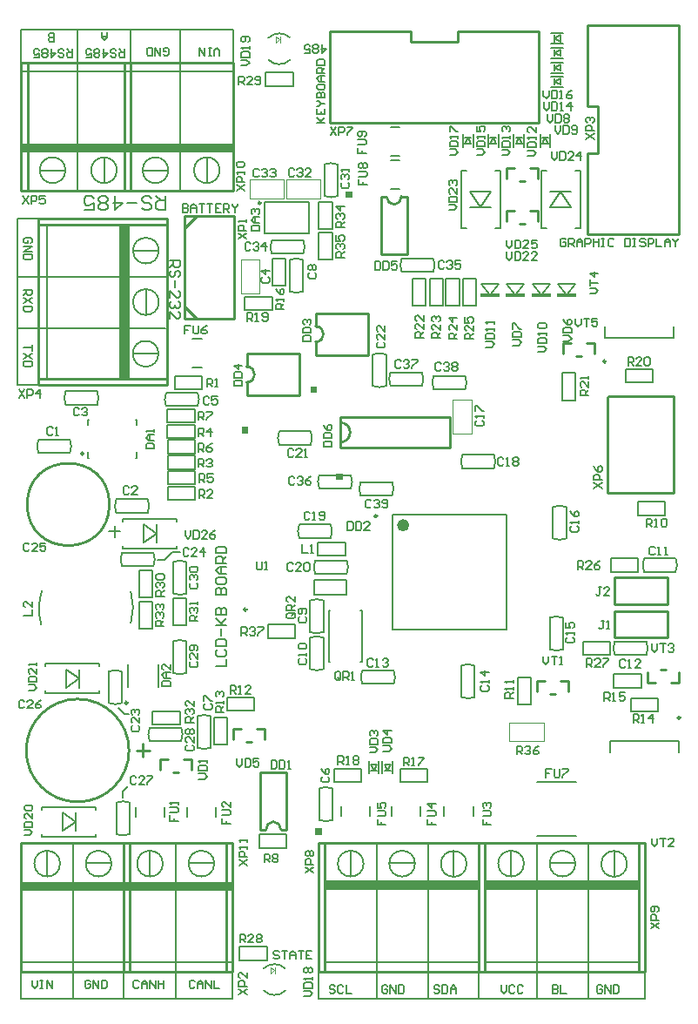
<source format=gto>
G04 Layer_Color=65535*
%FSLAX24Y24*%
%MOIN*%
G70*
G01*
G75*
%ADD10C,0.0079*%
%ADD49C,0.0098*%
%ADD66C,0.0070*%
%ADD67C,0.0100*%
%ADD68C,0.0071*%
%ADD69C,0.0236*%
%ADD70C,0.0050*%
%ADD71C,0.0039*%
%ADD72R,0.0374X0.5935*%
%ADD73R,0.4213X0.0364*%
%ADD74R,0.5935X0.0374*%
G36*
X46915Y33600D02*
X46665D01*
Y33850D01*
X46915D01*
Y33600D01*
D02*
G37*
G36*
X49553Y35146D02*
X49303D01*
Y35396D01*
X49553D01*
Y35146D01*
D02*
G37*
G36*
X49736Y18230D02*
X49486D01*
Y18480D01*
X49736D01*
Y18230D01*
D02*
G37*
G36*
X50547Y31809D02*
X50297D01*
Y32059D01*
X50547D01*
Y31809D01*
D02*
G37*
G36*
X56541Y38834D02*
X55821D01*
Y38944D01*
X56541D01*
Y38834D01*
D02*
G37*
G36*
X59484D02*
X58764D01*
Y38944D01*
X59484D01*
Y38834D01*
D02*
G37*
G36*
X50907Y42612D02*
X50657D01*
Y42862D01*
X50907D01*
Y42612D01*
D02*
G37*
G36*
X57516Y38834D02*
X56796D01*
Y38944D01*
X57516D01*
Y38834D01*
D02*
G37*
G36*
X58500D02*
X57780D01*
Y38944D01*
X58500D01*
Y38834D01*
D02*
G37*
D10*
X43485Y36644D02*
G03*
X43485Y36644I-493J0D01*
G01*
X43495Y38622D02*
G03*
X43495Y38622I-493J0D01*
G01*
Y40591D02*
G03*
X43495Y40591I-493J0D01*
G01*
X39715Y17126D02*
G03*
X39715Y17126I-493J0D01*
G01*
X41684D02*
G03*
X41684Y17126I-493J0D01*
G01*
X61428Y17116D02*
G03*
X61428Y17116I-493J0D01*
G01*
X59450Y17126D02*
G03*
X59450Y17126I-493J0D01*
G01*
X57481D02*
G03*
X57481Y17126I-493J0D01*
G01*
X55286Y17116D02*
G03*
X55286Y17116I-493J0D01*
G01*
X53308Y17126D02*
G03*
X53308Y17126I-493J0D01*
G01*
X51339D02*
G03*
X51339Y17126I-493J0D01*
G01*
X45828Y43671D02*
G03*
X45828Y43671I-493J0D01*
G01*
X43859D02*
G03*
X43859Y43671I-493J0D01*
G01*
X41891D02*
G03*
X41891Y43671I-493J0D01*
G01*
X39922D02*
G03*
X39922Y43671I-493J0D01*
G01*
X43652Y17126D02*
G03*
X43652Y17126I-493J0D01*
G01*
X45621D02*
G03*
X45621Y17126I-493J0D01*
G01*
X44793Y36112D02*
X45148D01*
X44793Y37215D02*
X45148D01*
X44016Y29045D02*
X44311D01*
X43711Y28740D02*
X44016Y29045D01*
X43455Y28740D02*
X43711D01*
X42106Y29183D02*
Y29291D01*
Y30217D02*
Y30325D01*
X44193Y29183D02*
Y29291D01*
Y30217D02*
Y30325D01*
X42106Y29183D02*
X44193D01*
X42106Y30325D02*
X44193D01*
X41959Y23091D02*
X42185Y22864D01*
X42343D01*
X40394Y47785D02*
Y49075D01*
X42402Y47795D02*
Y49065D01*
X44331Y47785D02*
Y49065D01*
X38228D02*
X44331D01*
X38228Y47795D02*
Y49065D01*
X44331D02*
X46339D01*
Y47795D02*
Y49065D01*
X46329Y11959D02*
Y13002D01*
X38219Y11959D02*
X46329D01*
X38219D02*
Y13002D01*
X40226Y11959D02*
Y13012D01*
X42156Y11959D02*
Y13002D01*
X44163Y11959D02*
Y13012D01*
X49606Y11959D02*
Y13002D01*
X49606Y11959D02*
X49606Y11959D01*
X49606Y11959D02*
X62126D01*
X62126Y11959D02*
Y13002D01*
X62126Y11959D02*
X62126Y11959D01*
X59961Y11969D02*
Y13002D01*
X57992Y11959D02*
Y13012D01*
X55748Y11959D02*
Y13002D01*
X53819Y11959D02*
Y13002D01*
X51850Y11959D02*
Y13012D01*
X38091Y41831D02*
X38878D01*
X38091Y35453D02*
Y41831D01*
X38091Y35453D02*
X38878D01*
X38100Y37618D02*
X38878D01*
X38091Y39587D02*
X38888D01*
X41801Y29626D02*
Y30069D01*
X41585Y29852D02*
X42018D01*
X42126Y19636D02*
Y19902D01*
X42303Y20079D01*
X40787Y34124D02*
X40807D01*
X40787Y33907D02*
Y34124D01*
X42618D02*
X42638D01*
Y33907D02*
Y34124D01*
X40787Y32667D02*
X40807D01*
X40787D02*
Y32884D01*
X42618Y32667D02*
X42638D01*
Y32884D01*
X44567Y18917D02*
Y19272D01*
X45669Y18917D02*
Y19272D01*
X42608Y18917D02*
Y19272D01*
X43711Y18917D02*
Y19272D01*
X57972Y20236D02*
X59468D01*
X57972Y18189D02*
X59468D01*
X51585Y18957D02*
Y19311D01*
X50482Y18957D02*
Y19311D01*
X53514Y18957D02*
Y19311D01*
X52411Y18957D02*
Y19311D01*
X52057Y20581D02*
Y21053D01*
X52451Y20581D02*
Y21053D01*
X52136Y20699D02*
X52372D01*
X52136Y20935D02*
X52372D01*
X52254Y20699D02*
X52372Y20935D01*
X52136D02*
X52254Y20699D01*
X51535Y20581D02*
Y21053D01*
X51929Y20581D02*
Y21053D01*
X51614Y20699D02*
X51850D01*
X51614Y20935D02*
X51850D01*
X51732Y20699D02*
X51850Y20935D01*
X51614D02*
X51732Y20699D01*
X42195Y35709D02*
Y41594D01*
X38888Y39587D02*
X42195D01*
X38878Y37618D02*
X42185D01*
X39213Y35699D02*
Y41594D01*
X42520Y40600D02*
X43494D01*
X43012Y38130D02*
Y39094D01*
X42520Y36644D02*
X43474D01*
X42333Y35709D02*
Y41594D01*
Y39587D02*
X43780D01*
X42343Y37618D02*
X43760D01*
X55532Y18957D02*
Y19311D01*
X54429Y18957D02*
Y19311D01*
X55541Y44567D02*
Y45039D01*
X55148Y44567D02*
Y45039D01*
X55226Y44921D02*
X55463D01*
X55226Y44685D02*
X55463D01*
X55226D02*
X55344Y44921D01*
X55463Y44685D01*
X58514Y48917D02*
X58986D01*
X58514Y48524D02*
X58986D01*
X58632Y48602D02*
Y48839D01*
X58868Y48602D02*
Y48839D01*
X58632Y48720D02*
X58868Y48602D01*
X58632Y48720D02*
X58868Y48839D01*
X56506Y44567D02*
Y45039D01*
X56112Y44567D02*
Y45039D01*
X56191Y44921D02*
X56427D01*
X56191Y44685D02*
X56427D01*
X56191D02*
X56309Y44921D01*
X56427Y44685D01*
X58514Y48356D02*
X58986D01*
X58514Y47963D02*
X58986D01*
X58632Y48041D02*
Y48278D01*
X58868Y48041D02*
Y48278D01*
X58632Y48159D02*
X58868Y48041D01*
X58632Y48159D02*
X58868Y48278D01*
X57480Y44567D02*
Y45039D01*
X57087Y44567D02*
Y45039D01*
X57165Y44921D02*
X57402D01*
X57165Y44685D02*
X57402D01*
X57165D02*
X57283Y44921D01*
X57402Y44685D01*
X58494Y44567D02*
Y45039D01*
X58100Y44567D02*
Y45039D01*
X58179Y44921D02*
X58415D01*
X58179Y44685D02*
X58415D01*
X58179D02*
X58297Y44921D01*
X58415Y44685D01*
X56181Y38884D02*
X56511Y39314D01*
X55851D02*
X56181Y38884D01*
X55851Y39314D02*
X56511D01*
X58140Y38884D02*
X58470Y39314D01*
X57810D02*
X58140Y38884D01*
X57810Y39314D02*
X58470D01*
X58514Y47795D02*
X58986D01*
X58514Y47402D02*
X58986D01*
X58632Y47480D02*
Y47717D01*
X58868Y47480D02*
Y47717D01*
X58632Y47598D02*
X58868Y47480D01*
X58632Y47598D02*
X58868Y47717D01*
X58514Y47254D02*
X58986D01*
X58514Y46860D02*
X58986D01*
X58632Y46939D02*
Y47175D01*
X58868Y46939D02*
Y47175D01*
X58632Y47057D02*
X58868Y46939D01*
X58632Y47057D02*
X58868Y47175D01*
X63209Y37244D02*
Y37677D01*
X60571Y37244D02*
Y37677D01*
Y37244D02*
X63209D01*
X57156Y38884D02*
X57486Y39314D01*
X56826D02*
X57156Y38884D01*
X56826Y39314D02*
X57486D01*
X59124Y38884D02*
X59454Y39314D01*
X58794D02*
X59124Y38884D01*
X58794Y39314D02*
X59454D01*
X50669Y27421D02*
Y27972D01*
X49449Y27421D02*
Y27972D01*
X50669D01*
X49449Y27421D02*
X50669D01*
X51230Y26811D02*
X51270D01*
Y24843D02*
Y26811D01*
X51230Y24843D02*
X51270D01*
X50010Y26811D02*
X50049D01*
X50010Y24843D02*
Y26811D01*
Y24843D02*
X50049D01*
X52461Y30472D02*
X56831D01*
X52461Y26102D02*
X56831D01*
Y30472D01*
X52461Y26102D02*
Y30472D01*
X39144Y24783D02*
X41230D01*
X39144Y23642D02*
X41230D01*
Y24675D02*
Y24783D01*
Y23642D02*
Y23750D01*
X39144Y24675D02*
Y24783D01*
Y23642D02*
Y23750D01*
X39006Y19301D02*
X41093D01*
X39006Y18159D02*
X41093D01*
Y19193D02*
Y19301D01*
Y18159D02*
Y18268D01*
X39006Y19193D02*
Y19301D01*
Y18159D02*
Y18268D01*
X43494Y23888D02*
Y24754D01*
X42313Y23888D02*
Y24754D01*
X52372Y45305D02*
X52726D01*
X52372Y44203D02*
X52726D01*
X56388Y41437D02*
X56575D01*
X55079D02*
X55266D01*
X56388Y43642D02*
X56575D01*
X55079D02*
X55266D01*
X56575Y41437D02*
Y43642D01*
X55079Y41437D02*
Y43642D01*
X58150Y43661D02*
X58337D01*
X59459D02*
X59646D01*
X58150Y41457D02*
X58337D01*
X59459D02*
X59646D01*
X58150D02*
Y43661D01*
X59646Y41457D02*
Y43661D01*
X52372Y44055D02*
X52726D01*
X52372Y42953D02*
X52726D01*
X60778Y21378D02*
Y21811D01*
X63415Y21378D02*
Y21811D01*
X60778D02*
X63415D01*
X40226Y16457D02*
Y17904D01*
X40718Y17136D02*
X41683D01*
X39213Y16644D02*
Y17618D01*
X38219Y13337D02*
X42402D01*
X40226Y13012D02*
Y16319D01*
X55984D02*
X61870D01*
X57992Y13012D02*
Y16319D01*
X59961Y13002D02*
Y16309D01*
X55984Y13337D02*
X61880D01*
X56978Y16644D02*
Y17618D01*
X58484Y17136D02*
X59449D01*
X60935Y16644D02*
Y17598D01*
X55984Y16457D02*
X61870D01*
X57992D02*
Y17904D01*
X59961Y16467D02*
Y17884D01*
X49843Y16319D02*
X55728D01*
X51850Y13012D02*
Y16319D01*
X53819Y13002D02*
Y16309D01*
X49843Y13337D02*
X55738D01*
X50837Y16644D02*
Y17618D01*
X52343Y17136D02*
X53307D01*
X54793Y16644D02*
Y17598D01*
X49843Y16457D02*
X55728D01*
X51850D02*
Y17904D01*
X53819Y16467D02*
Y17884D01*
X44331Y42894D02*
Y44341D01*
X42874Y43661D02*
X43839D01*
X45344Y43179D02*
Y44154D01*
X42156Y47461D02*
X46339D01*
X44331Y44478D02*
Y47785D01*
X40394Y42894D02*
Y44341D01*
X38937Y43661D02*
X39902D01*
X41407Y43179D02*
Y44154D01*
X38219Y47461D02*
X42402D01*
X40394Y44478D02*
Y47785D01*
X44163Y16457D02*
Y17904D01*
X44656Y17136D02*
X45620D01*
X43150Y16644D02*
Y17618D01*
X42156Y13337D02*
X46339D01*
X44163Y13012D02*
Y16319D01*
X44708Y37726D02*
X44498D01*
Y37569D01*
X44603D01*
X44498D01*
Y37411D01*
X44813Y37726D02*
Y37464D01*
X44865Y37411D01*
X44970D01*
X45023Y37464D01*
Y37726D01*
X45338D02*
X45233Y37674D01*
X45128Y37569D01*
Y37464D01*
X45180Y37411D01*
X45285D01*
X45338Y37464D01*
Y37516D01*
X45285Y37569D01*
X45128D01*
X56696Y32625D02*
X56644Y32677D01*
X56539D01*
X56486Y32625D01*
Y32415D01*
X56539Y32362D01*
X56644D01*
X56696Y32415D01*
X56801Y32362D02*
X56906D01*
X56854D01*
Y32677D01*
X56801Y32625D01*
X57063D02*
X57116Y32677D01*
X57221D01*
X57273Y32625D01*
Y32572D01*
X57221Y32520D01*
X57273Y32467D01*
Y32415D01*
X57221Y32362D01*
X57116D01*
X57063Y32415D01*
Y32467D01*
X57116Y32520D01*
X57063Y32572D01*
Y32625D01*
X57116Y32520D02*
X57221D01*
X52769Y36365D02*
X52716Y36417D01*
X52612D01*
X52559Y36365D01*
Y36155D01*
X52612Y36102D01*
X52716D01*
X52769Y36155D01*
X52874Y36365D02*
X52926Y36417D01*
X53031D01*
X53084Y36365D01*
Y36312D01*
X53031Y36260D01*
X52979D01*
X53031D01*
X53084Y36207D01*
Y36155D01*
X53031Y36102D01*
X52926D01*
X52874Y36155D01*
X53189Y36417D02*
X53399D01*
Y36365D01*
X53189Y36155D01*
Y36102D01*
X49803Y33091D02*
X50118D01*
Y33248D01*
X50066Y33300D01*
X49856D01*
X49803Y33248D01*
Y33091D01*
Y33405D02*
X50118D01*
Y33563D01*
X50066Y33615D01*
X49856D01*
X49803Y33563D01*
Y33405D01*
Y33930D02*
X49856Y33825D01*
X49961Y33720D01*
X50066D01*
X50118Y33773D01*
Y33878D01*
X50066Y33930D01*
X50013D01*
X49961Y33878D01*
Y33720D01*
X48694Y31886D02*
X48642Y31939D01*
X48537D01*
X48484Y31886D01*
Y31676D01*
X48537Y31624D01*
X48642D01*
X48694Y31676D01*
X48799Y31886D02*
X48852Y31939D01*
X48957D01*
X49009Y31886D01*
Y31834D01*
X48957Y31781D01*
X48904D01*
X48957D01*
X49009Y31729D01*
Y31676D01*
X48957Y31624D01*
X48852D01*
X48799Y31676D01*
X49324Y31939D02*
X49219Y31886D01*
X49114Y31781D01*
Y31676D01*
X49166Y31624D01*
X49271D01*
X49324Y31676D01*
Y31729D01*
X49271Y31781D01*
X49114D01*
X54304Y36256D02*
X54252Y36309D01*
X54147D01*
X54094Y36256D01*
Y36047D01*
X54147Y35994D01*
X54252D01*
X54304Y36047D01*
X54409Y36256D02*
X54462Y36309D01*
X54567D01*
X54619Y36256D01*
Y36204D01*
X54567Y36152D01*
X54514D01*
X54567D01*
X54619Y36099D01*
Y36047D01*
X54567Y35994D01*
X54462D01*
X54409Y36047D01*
X54724Y36256D02*
X54777Y36309D01*
X54882D01*
X54934Y36256D01*
Y36204D01*
X54882Y36152D01*
X54934Y36099D01*
Y36047D01*
X54882Y35994D01*
X54777D01*
X54724Y36047D01*
Y36099D01*
X54777Y36152D01*
X54724Y36204D01*
Y36256D01*
X54777Y36152D02*
X54882D01*
X51627Y31010D02*
X51575Y31063D01*
X51470D01*
X51417Y31010D01*
Y30801D01*
X51470Y30748D01*
X51575D01*
X51627Y30801D01*
X51732Y31010D02*
X51785Y31063D01*
X51890D01*
X51942Y31010D01*
Y30958D01*
X51890Y30905D01*
X51837D01*
X51890D01*
X51942Y30853D01*
Y30801D01*
X51890Y30748D01*
X51785D01*
X51732Y30801D01*
X52047D02*
X52100Y30748D01*
X52204D01*
X52257Y30801D01*
Y31010D01*
X52204Y31063D01*
X52100D01*
X52047Y31010D01*
Y30958D01*
X52100Y30905D01*
X52257D01*
X44508Y29882D02*
Y29672D01*
X44613Y29567D01*
X44718Y29672D01*
Y29882D01*
X44823D02*
Y29567D01*
X44980D01*
X45033Y29619D01*
Y29829D01*
X44980Y29882D01*
X44823D01*
X45347Y29567D02*
X45138D01*
X45347Y29777D01*
Y29829D01*
X45295Y29882D01*
X45190D01*
X45138Y29829D01*
X45662Y29882D02*
X45557Y29829D01*
X45452Y29724D01*
Y29619D01*
X45505Y29567D01*
X45610D01*
X45662Y29619D01*
Y29672D01*
X45610Y29724D01*
X45452D01*
X57205Y21309D02*
Y21624D01*
X57362D01*
X57415Y21571D01*
Y21466D01*
X57362Y21414D01*
X57205D01*
X57310D02*
X57415Y21309D01*
X57520Y21571D02*
X57572Y21624D01*
X57677D01*
X57729Y21571D01*
Y21519D01*
X57677Y21466D01*
X57625D01*
X57677D01*
X57729Y21414D01*
Y21362D01*
X57677Y21309D01*
X57572D01*
X57520Y21362D01*
X58044Y21624D02*
X57939Y21571D01*
X57834Y21466D01*
Y21362D01*
X57887Y21309D01*
X57992D01*
X58044Y21362D01*
Y21414D01*
X57992Y21466D01*
X57834D01*
X39432Y33786D02*
X39380Y33838D01*
X39275D01*
X39222Y33786D01*
Y33576D01*
X39275Y33524D01*
X39380D01*
X39432Y33576D01*
X39537Y33524D02*
X39642D01*
X39590D01*
Y33838D01*
X39537Y33786D01*
X42356Y31522D02*
X42303Y31575D01*
X42198D01*
X42146Y31522D01*
Y31312D01*
X42198Y31260D01*
X42303D01*
X42356Y31312D01*
X42670Y31260D02*
X42461D01*
X42670Y31470D01*
Y31522D01*
X42618Y31575D01*
X42513D01*
X42461Y31522D01*
X40446Y34534D02*
X40394Y34587D01*
X40289D01*
X40236Y34534D01*
Y34324D01*
X40289Y34272D01*
X40394D01*
X40446Y34324D01*
X40551Y34534D02*
X40604Y34587D01*
X40709D01*
X40761Y34534D01*
Y34482D01*
X40709Y34429D01*
X40656D01*
X40709D01*
X40761Y34377D01*
Y34324D01*
X40709Y34272D01*
X40604D01*
X40551Y34324D01*
X45426Y34957D02*
X45374Y35010D01*
X45269D01*
X45217Y34957D01*
Y34747D01*
X45269Y34695D01*
X45374D01*
X45426Y34747D01*
X45741Y35010D02*
X45531D01*
Y34852D01*
X45636Y34905D01*
X45689D01*
X45741Y34852D01*
Y34747D01*
X45689Y34695D01*
X45584D01*
X45531Y34747D01*
X49767Y20446D02*
X49715Y20394D01*
Y20289D01*
X49767Y20236D01*
X49977D01*
X50030Y20289D01*
Y20394D01*
X49977Y20446D01*
X49715Y20761D02*
X49767Y20656D01*
X49872Y20551D01*
X49977D01*
X50030Y20604D01*
Y20709D01*
X49977Y20761D01*
X49925D01*
X49872Y20709D01*
Y20551D01*
X45269Y23241D02*
X45217Y23189D01*
Y23084D01*
X45269Y23031D01*
X45479D01*
X45532Y23084D01*
Y23189D01*
X45479Y23241D01*
X45217Y23346D02*
Y23556D01*
X45269D01*
X45479Y23346D01*
X45532D01*
X49265Y39737D02*
X49213Y39685D01*
Y39580D01*
X49265Y39528D01*
X49475D01*
X49528Y39580D01*
Y39685D01*
X49475Y39737D01*
X49265Y39842D02*
X49213Y39895D01*
Y40000D01*
X49265Y40052D01*
X49318D01*
X49370Y40000D01*
X49423Y40052D01*
X49475D01*
X49528Y40000D01*
Y39895D01*
X49475Y39842D01*
X49423D01*
X49370Y39895D01*
X49318Y39842D01*
X49265D01*
X49370Y39895D02*
Y40000D01*
X48891Y26578D02*
X48839Y26526D01*
Y26421D01*
X48891Y26368D01*
X49101D01*
X49154Y26421D01*
Y26526D01*
X49101Y26578D01*
Y26683D02*
X49154Y26735D01*
Y26840D01*
X49101Y26893D01*
X48891D01*
X48839Y26840D01*
Y26735D01*
X48891Y26683D01*
X48944D01*
X48996Y26735D01*
Y26893D01*
X48891Y24974D02*
X48839Y24921D01*
Y24816D01*
X48891Y24764D01*
X49101D01*
X49154Y24816D01*
Y24921D01*
X49101Y24974D01*
X49154Y25079D02*
Y25184D01*
Y25131D01*
X48839D01*
X48891Y25079D01*
Y25341D02*
X48839Y25394D01*
Y25498D01*
X48891Y25551D01*
X49101D01*
X49154Y25498D01*
Y25394D01*
X49101Y25341D01*
X48891D01*
X62503Y29209D02*
X62451Y29262D01*
X62346D01*
X62293Y29209D01*
Y28999D01*
X62346Y28947D01*
X62451D01*
X62503Y28999D01*
X62608Y28947D02*
X62713D01*
X62661D01*
Y29262D01*
X62608Y29209D01*
X62871Y28947D02*
X62976D01*
X62923D01*
Y29262D01*
X62871Y29209D01*
X61371Y24888D02*
X61319Y24941D01*
X61214D01*
X61161Y24888D01*
Y24678D01*
X61214Y24626D01*
X61319D01*
X61371Y24678D01*
X61476Y24626D02*
X61581D01*
X61529D01*
Y24941D01*
X61476Y24888D01*
X61949Y24626D02*
X61739D01*
X61949Y24836D01*
Y24888D01*
X61896Y24941D01*
X61791D01*
X61739Y24888D01*
X51706Y24928D02*
X51653Y24980D01*
X51549D01*
X51496Y24928D01*
Y24718D01*
X51549Y24665D01*
X51653D01*
X51706Y24718D01*
X51811Y24665D02*
X51916D01*
X51863D01*
Y24980D01*
X51811Y24928D01*
X52073D02*
X52126Y24980D01*
X52231D01*
X52283Y24928D01*
Y24875D01*
X52231Y24823D01*
X52178D01*
X52231D01*
X52283Y24770D01*
Y24718D01*
X52231Y24665D01*
X52126D01*
X52073Y24718D01*
X55870Y23940D02*
X55817Y23888D01*
Y23783D01*
X55870Y23730D01*
X56079D01*
X56132Y23783D01*
Y23888D01*
X56079Y23940D01*
X56132Y24045D02*
Y24150D01*
Y24098D01*
X55817D01*
X55870Y24045D01*
X56132Y24465D02*
X55817D01*
X55974Y24308D01*
Y24517D01*
X59147Y25781D02*
X59095Y25728D01*
Y25623D01*
X59147Y25571D01*
X59357D01*
X59409Y25623D01*
Y25728D01*
X59357Y25781D01*
X59409Y25886D02*
Y25991D01*
Y25938D01*
X59095D01*
X59147Y25886D01*
X59095Y26358D02*
Y26148D01*
X59252D01*
X59200Y26253D01*
Y26306D01*
X59252Y26358D01*
X59357D01*
X59409Y26306D01*
Y26201D01*
X59357Y26148D01*
X59314Y30043D02*
X59262Y29990D01*
Y29885D01*
X59314Y29833D01*
X59524D01*
X59577Y29885D01*
Y29990D01*
X59524Y30043D01*
X59577Y30148D02*
Y30252D01*
Y30200D01*
X59262D01*
X59314Y30148D01*
X59262Y30620D02*
X59314Y30515D01*
X59419Y30410D01*
X59524D01*
X59577Y30462D01*
Y30567D01*
X59524Y30620D01*
X59472D01*
X59419Y30567D01*
Y30410D01*
X55683Y34088D02*
X55630Y34035D01*
Y33930D01*
X55683Y33878D01*
X55892D01*
X55945Y33930D01*
Y34035D01*
X55892Y34088D01*
X55945Y34193D02*
Y34298D01*
Y34245D01*
X55630D01*
X55683Y34193D01*
X55630Y34455D02*
Y34665D01*
X55683D01*
X55892Y34455D01*
X55945D01*
X49275Y30548D02*
X49222Y30600D01*
X49117D01*
X49065Y30548D01*
Y30338D01*
X49117Y30285D01*
X49222D01*
X49275Y30338D01*
X49380Y30285D02*
X49485D01*
X49432D01*
Y30600D01*
X49380Y30548D01*
X49642Y30338D02*
X49695Y30285D01*
X49800D01*
X49852Y30338D01*
Y30548D01*
X49800Y30600D01*
X49695D01*
X49642Y30548D01*
Y30495D01*
X49695Y30443D01*
X49852D01*
X48635Y28589D02*
X48583Y28642D01*
X48478D01*
X48425Y28589D01*
Y28379D01*
X48478Y28327D01*
X48583D01*
X48635Y28379D01*
X48950Y28327D02*
X48740D01*
X48950Y28537D01*
Y28589D01*
X48897Y28642D01*
X48793D01*
X48740Y28589D01*
X49055D02*
X49107Y28642D01*
X49212D01*
X49265Y28589D01*
Y28379D01*
X49212Y28327D01*
X49107D01*
X49055Y28379D01*
Y28589D01*
X48655Y32959D02*
X48602Y33012D01*
X48497D01*
X48445Y32959D01*
Y32749D01*
X48497Y32697D01*
X48602D01*
X48655Y32749D01*
X48970Y32697D02*
X48760D01*
X48970Y32907D01*
Y32959D01*
X48917Y33012D01*
X48812D01*
X48760Y32959D01*
X49075Y32697D02*
X49180D01*
X49127D01*
Y33012D01*
X49075Y32959D01*
X51893Y37080D02*
X51841Y37028D01*
Y36923D01*
X51893Y36870D01*
X52103D01*
X52156Y36923D01*
Y37028D01*
X52103Y37080D01*
X52156Y37395D02*
Y37185D01*
X51946Y37395D01*
X51893D01*
X51841Y37342D01*
Y37237D01*
X51893Y37185D01*
X52156Y37710D02*
Y37500D01*
X51946Y37710D01*
X51893D01*
X51841Y37657D01*
Y37552D01*
X51893Y37500D01*
X42494Y22405D02*
X42441Y22352D01*
Y22247D01*
X42494Y22195D01*
X42703D01*
X42756Y22247D01*
Y22352D01*
X42703Y22405D01*
X42756Y22720D02*
Y22510D01*
X42546Y22720D01*
X42494D01*
X42441Y22667D01*
Y22562D01*
X42494Y22510D01*
Y22825D02*
X42441Y22877D01*
Y22982D01*
X42494Y23035D01*
X42546D01*
X42598Y22982D01*
Y22930D01*
Y22982D01*
X42651Y23035D01*
X42703D01*
X42756Y22982D01*
Y22877D01*
X42703Y22825D01*
X44649Y29160D02*
X44596Y29213D01*
X44491D01*
X44439Y29160D01*
Y28950D01*
X44491Y28898D01*
X44596D01*
X44649Y28950D01*
X44964Y28898D02*
X44754D01*
X44964Y29108D01*
Y29160D01*
X44911Y29213D01*
X44806D01*
X44754Y29160D01*
X45226Y28898D02*
Y29213D01*
X45069Y29055D01*
X45279D01*
X38527Y29347D02*
X38474Y29399D01*
X38369D01*
X38317Y29347D01*
Y29137D01*
X38369Y29085D01*
X38474D01*
X38527Y29137D01*
X38842Y29085D02*
X38632D01*
X38842Y29295D01*
Y29347D01*
X38789Y29399D01*
X38684D01*
X38632Y29347D01*
X39157Y29399D02*
X38947D01*
Y29242D01*
X39052Y29295D01*
X39104D01*
X39157Y29242D01*
Y29137D01*
X39104Y29085D01*
X38999D01*
X38947Y29137D01*
X38350Y23333D02*
X38297Y23386D01*
X38192D01*
X38140Y23333D01*
Y23123D01*
X38192Y23071D01*
X38297D01*
X38350Y23123D01*
X38665Y23071D02*
X38455D01*
X38665Y23281D01*
Y23333D01*
X38612Y23386D01*
X38507D01*
X38455Y23333D01*
X38979Y23386D02*
X38874Y23333D01*
X38769Y23228D01*
Y23123D01*
X38822Y23071D01*
X38927D01*
X38979Y23123D01*
Y23176D01*
X38927Y23228D01*
X38769D01*
X42631Y20430D02*
X42579Y20482D01*
X42474D01*
X42421Y20430D01*
Y20220D01*
X42474Y20167D01*
X42579D01*
X42631Y20220D01*
X42946Y20167D02*
X42736D01*
X42946Y20377D01*
Y20430D01*
X42894Y20482D01*
X42789D01*
X42736Y20430D01*
X43051Y20482D02*
X43261D01*
Y20430D01*
X43051Y20220D01*
Y20167D01*
X44580Y21657D02*
X44528Y21604D01*
Y21499D01*
X44580Y21447D01*
X44790D01*
X44843Y21499D01*
Y21604D01*
X44790Y21657D01*
X44843Y21972D02*
Y21762D01*
X44633Y21972D01*
X44580D01*
X44528Y21919D01*
Y21814D01*
X44580Y21762D01*
Y22077D02*
X44528Y22129D01*
Y22234D01*
X44580Y22286D01*
X44633D01*
X44685Y22234D01*
X44738Y22286D01*
X44790D01*
X44843Y22234D01*
Y22129D01*
X44790Y22077D01*
X44738D01*
X44685Y22129D01*
X44633Y22077D01*
X44580D01*
X44685Y22129D02*
Y22234D01*
X44728Y24856D02*
X44675Y24803D01*
Y24698D01*
X44728Y24646D01*
X44938D01*
X44990Y24698D01*
Y24803D01*
X44938Y24856D01*
X44990Y25170D02*
Y24961D01*
X44780Y25170D01*
X44728D01*
X44675Y25118D01*
Y25013D01*
X44728Y24961D01*
X44938Y25275D02*
X44990Y25328D01*
Y25433D01*
X44938Y25485D01*
X44728D01*
X44675Y25433D01*
Y25328D01*
X44728Y25275D01*
X44780D01*
X44833Y25328D01*
Y25485D01*
X44728Y27867D02*
X44675Y27815D01*
Y27710D01*
X44728Y27657D01*
X44938D01*
X44990Y27710D01*
Y27815D01*
X44938Y27867D01*
X44728Y27972D02*
X44675Y28025D01*
Y28130D01*
X44728Y28182D01*
X44780D01*
X44833Y28130D01*
Y28077D01*
Y28130D01*
X44885Y28182D01*
X44938D01*
X44990Y28130D01*
Y28025D01*
X44938Y27972D01*
X44728Y28287D02*
X44675Y28340D01*
Y28445D01*
X44728Y28497D01*
X44938D01*
X44990Y28445D01*
Y28340D01*
X44938Y28287D01*
X44728D01*
X50525Y43202D02*
X50473Y43150D01*
Y43045D01*
X50525Y42992D01*
X50735D01*
X50787Y43045D01*
Y43150D01*
X50735Y43202D01*
X50525Y43307D02*
X50473Y43359D01*
Y43464D01*
X50525Y43517D01*
X50578D01*
X50630Y43464D01*
Y43412D01*
Y43464D01*
X50682Y43517D01*
X50735D01*
X50787Y43464D01*
Y43359D01*
X50735Y43307D01*
X50787Y43622D02*
Y43727D01*
Y43674D01*
X50473D01*
X50525Y43622D01*
X48684Y43688D02*
X48632Y43740D01*
X48527D01*
X48474Y43688D01*
Y43478D01*
X48527Y43425D01*
X48632D01*
X48684Y43478D01*
X48789Y43688D02*
X48842Y43740D01*
X48947D01*
X48999Y43688D01*
Y43635D01*
X48947Y43583D01*
X48894D01*
X48947D01*
X48999Y43530D01*
Y43478D01*
X48947Y43425D01*
X48842D01*
X48789Y43478D01*
X49314Y43425D02*
X49104D01*
X49314Y43635D01*
Y43688D01*
X49262Y43740D01*
X49157D01*
X49104Y43688D01*
X47336Y43678D02*
X47283Y43730D01*
X47178D01*
X47126Y43678D01*
Y43468D01*
X47178Y43415D01*
X47283D01*
X47336Y43468D01*
X47441Y43678D02*
X47493Y43730D01*
X47598D01*
X47651Y43678D01*
Y43625D01*
X47598Y43573D01*
X47546D01*
X47598D01*
X47651Y43520D01*
Y43468D01*
X47598Y43415D01*
X47493D01*
X47441Y43468D01*
X47756Y43678D02*
X47808Y43730D01*
X47913D01*
X47966Y43678D01*
Y43625D01*
X47913Y43573D01*
X47861D01*
X47913D01*
X47966Y43520D01*
Y43468D01*
X47913Y43415D01*
X47808D01*
X47756Y43468D01*
X47011Y40863D02*
X46959Y40915D01*
X46854D01*
X46801Y40863D01*
Y40653D01*
X46854Y40600D01*
X46959D01*
X47011Y40653D01*
X47116Y40863D02*
X47169Y40915D01*
X47273D01*
X47326Y40863D01*
Y40810D01*
X47273Y40758D01*
X47221D01*
X47273D01*
X47326Y40705D01*
Y40653D01*
X47273Y40600D01*
X47169D01*
X47116Y40653D01*
X47588Y40600D02*
Y40915D01*
X47431Y40758D01*
X47641D01*
X54422Y40154D02*
X54370Y40207D01*
X54265D01*
X54213Y40154D01*
Y39944D01*
X54265Y39892D01*
X54370D01*
X54422Y39944D01*
X54527Y40154D02*
X54580Y40207D01*
X54685D01*
X54737Y40154D01*
Y40102D01*
X54685Y40049D01*
X54632D01*
X54685D01*
X54737Y39997D01*
Y39944D01*
X54685Y39892D01*
X54580D01*
X54527Y39944D01*
X55052Y40207D02*
X54842D01*
Y40049D01*
X54947Y40102D01*
X55000D01*
X55052Y40049D01*
Y39944D01*
X55000Y39892D01*
X54895D01*
X54842Y39944D01*
X43002Y33012D02*
X43317D01*
Y33169D01*
X43264Y33222D01*
X43055D01*
X43002Y33169D01*
Y33012D01*
X43317Y33327D02*
X43107D01*
X43002Y33432D01*
X43107Y33537D01*
X43317D01*
X43159D01*
Y33327D01*
X43317Y33642D02*
Y33746D01*
Y33694D01*
X43002D01*
X43055Y33642D01*
X43622Y23917D02*
X43937D01*
Y24075D01*
X43885Y24127D01*
X43675D01*
X43622Y24075D01*
Y23917D01*
X43937Y24232D02*
X43727D01*
X43622Y24337D01*
X43727Y24442D01*
X43937D01*
X43780D01*
Y24232D01*
X43937Y24757D02*
Y24547D01*
X43727Y24757D01*
X43675D01*
X43622Y24704D01*
Y24600D01*
X43675Y24547D01*
X47038Y41348D02*
X47352D01*
Y41506D01*
X47300Y41558D01*
X47090D01*
X47038Y41506D01*
Y41348D01*
X47352Y41663D02*
X47142D01*
X47038Y41768D01*
X47142Y41873D01*
X47352D01*
X47195D01*
Y41663D01*
X47090Y41978D02*
X47038Y42031D01*
Y42136D01*
X47090Y42188D01*
X47142D01*
X47195Y42136D01*
Y42083D01*
Y42136D01*
X47247Y42188D01*
X47300D01*
X47352Y42136D01*
Y42031D01*
X47300Y41978D01*
X47805Y21083D02*
Y20768D01*
X47963D01*
X48015Y20820D01*
Y21030D01*
X47963Y21083D01*
X47805D01*
X48120D02*
Y20768D01*
X48277D01*
X48330Y20820D01*
Y21030D01*
X48277Y21083D01*
X48120D01*
X48435Y20768D02*
X48540D01*
X48487D01*
Y21083D01*
X48435Y21030D01*
X50728Y30216D02*
Y29902D01*
X50886D01*
X50938Y29954D01*
Y30164D01*
X50886Y30216D01*
X50728D01*
X51043D02*
Y29902D01*
X51201D01*
X51253Y29954D01*
Y30164D01*
X51201Y30216D01*
X51043D01*
X51568Y29902D02*
X51358D01*
X51568Y30111D01*
Y30164D01*
X51515Y30216D01*
X51411D01*
X51358Y30164D01*
X49016Y37126D02*
X49331D01*
Y37283D01*
X49278Y37336D01*
X49068D01*
X49016Y37283D01*
Y37126D01*
Y37441D02*
X49331D01*
Y37598D01*
X49278Y37651D01*
X49068D01*
X49016Y37598D01*
Y37441D01*
X49068Y37756D02*
X49016Y37808D01*
Y37913D01*
X49068Y37966D01*
X49121D01*
X49173Y37913D01*
Y37861D01*
Y37913D01*
X49226Y37966D01*
X49278D01*
X49331Y37913D01*
Y37808D01*
X49278Y37756D01*
X46378Y35413D02*
X46693D01*
Y35571D01*
X46640Y35623D01*
X46431D01*
X46378Y35571D01*
Y35413D01*
Y35728D02*
X46693D01*
Y35886D01*
X46640Y35938D01*
X46431D01*
X46378Y35886D01*
Y35728D01*
X46693Y36201D02*
X46378D01*
X46535Y36043D01*
Y36253D01*
X51782Y40177D02*
Y39862D01*
X51939D01*
X51991Y39915D01*
Y40125D01*
X51939Y40177D01*
X51782D01*
X52096D02*
Y39862D01*
X52254D01*
X52306Y39915D01*
Y40125D01*
X52254Y40177D01*
X52096D01*
X52621D02*
X52411D01*
Y40020D01*
X52516Y40072D01*
X52569D01*
X52621Y40020D01*
Y39915D01*
X52569Y39862D01*
X52464D01*
X52411Y39915D01*
X43917Y18970D02*
Y18760D01*
X44075D01*
Y18865D01*
Y18760D01*
X44232D01*
X43917Y19075D02*
X44180D01*
X44232Y19127D01*
Y19232D01*
X44180Y19285D01*
X43917D01*
X44232Y19390D02*
Y19495D01*
Y19442D01*
X43917D01*
X43970Y19390D01*
X45925Y18865D02*
Y18655D01*
X46083D01*
Y18760D01*
Y18655D01*
X46240D01*
X45925Y18970D02*
X46188D01*
X46240Y19022D01*
Y19127D01*
X46188Y19180D01*
X45925D01*
X46240Y19495D02*
Y19285D01*
X46030Y19495D01*
X45978D01*
X45925Y19442D01*
Y19337D01*
X45978Y19285D01*
X55906Y18832D02*
Y18622D01*
X56063D01*
Y18727D01*
Y18622D01*
X56220D01*
X55906Y18937D02*
X56168D01*
X56220Y18989D01*
Y19094D01*
X56168Y19147D01*
X55906D01*
X55958Y19252D02*
X55906Y19304D01*
Y19409D01*
X55958Y19462D01*
X56011D01*
X56063Y19409D01*
Y19357D01*
Y19409D01*
X56116Y19462D01*
X56168D01*
X56220Y19409D01*
Y19304D01*
X56168Y19252D01*
X53789Y18832D02*
Y18622D01*
X53947D01*
Y18727D01*
Y18622D01*
X54104D01*
X53789Y18937D02*
X54052D01*
X54104Y18989D01*
Y19094D01*
X54052Y19147D01*
X53789D01*
X54104Y19409D02*
X53789D01*
X53947Y19252D01*
Y19462D01*
X51870Y18832D02*
Y18622D01*
X52028D01*
Y18727D01*
Y18622D01*
X52185D01*
X51870Y18937D02*
X52133D01*
X52185Y18989D01*
Y19094D01*
X52133Y19147D01*
X51870D01*
Y19462D02*
Y19252D01*
X52028D01*
X51975Y19357D01*
Y19409D01*
X52028Y19462D01*
X52133D01*
X52185Y19409D01*
Y19304D01*
X52133Y19252D01*
X58537Y20738D02*
X58327D01*
Y20581D01*
X58432D01*
X58327D01*
Y20423D01*
X58642Y20738D02*
Y20476D01*
X58694Y20423D01*
X58799D01*
X58852Y20476D01*
Y20738D01*
X58956D02*
X59166D01*
Y20686D01*
X58956Y20476D01*
Y20423D01*
X51152Y43320D02*
Y43110D01*
X51309D01*
Y43215D01*
Y43110D01*
X51467D01*
X51152Y43425D02*
X51414D01*
X51467Y43477D01*
Y43582D01*
X51414Y43635D01*
X51152D01*
X51204Y43740D02*
X51152Y43792D01*
Y43897D01*
X51204Y43950D01*
X51257D01*
X51309Y43897D01*
X51362Y43950D01*
X51414D01*
X51467Y43897D01*
Y43792D01*
X51414Y43740D01*
X51362D01*
X51309Y43792D01*
X51257Y43740D01*
X51204D01*
X51309Y43792D02*
Y43897D01*
X51122Y44531D02*
Y44321D01*
X51280D01*
Y44426D01*
Y44321D01*
X51437D01*
X51122Y44636D02*
X51385D01*
X51437Y44688D01*
Y44793D01*
X51385Y44846D01*
X51122D01*
X51385Y44951D02*
X51437Y45003D01*
Y45108D01*
X51385Y45160D01*
X51175D01*
X51122Y45108D01*
Y45003D01*
X51175Y44951D01*
X51227D01*
X51280Y45003D01*
Y45160D01*
X60554Y26427D02*
X60449D01*
X60502D01*
Y26165D01*
X60449Y26112D01*
X60397D01*
X60344Y26165D01*
X60659Y26112D02*
X60764D01*
X60712D01*
Y26427D01*
X60659Y26375D01*
X48996Y29350D02*
Y29035D01*
X49206D01*
X49311D02*
X49416D01*
X49363D01*
Y29350D01*
X49311Y29298D01*
X38317Y26634D02*
X38632D01*
Y26844D01*
Y27159D02*
Y26949D01*
X38422Y27159D01*
X38370D01*
X38317Y27106D01*
Y27001D01*
X38370Y26949D01*
X50456Y24216D02*
Y24426D01*
X50403Y24478D01*
X50299D01*
X50246Y24426D01*
Y24216D01*
X50299Y24163D01*
X50403D01*
X50351Y24268D02*
X50456Y24163D01*
X50403D02*
X50456Y24216D01*
X50561Y24163D02*
Y24478D01*
X50718D01*
X50771Y24426D01*
Y24321D01*
X50718Y24268D01*
X50561D01*
X50666D02*
X50771Y24163D01*
X50876D02*
X50981D01*
X50928D01*
Y24478D01*
X50876Y24426D01*
X48648Y26716D02*
X48438D01*
X48386Y26663D01*
Y26558D01*
X48438Y26506D01*
X48648D01*
X48701Y26558D01*
Y26663D01*
X48596Y26611D02*
X48701Y26716D01*
Y26663D02*
X48648Y26716D01*
X48701Y26821D02*
X48386D01*
Y26978D01*
X48438Y27031D01*
X48543D01*
X48596Y26978D01*
Y26821D01*
Y26926D02*
X48701Y27031D01*
Y27346D02*
Y27136D01*
X48491Y27346D01*
X48438D01*
X48386Y27293D01*
Y27188D01*
X48438Y27136D01*
X45335Y35374D02*
Y35689D01*
X45492D01*
X45545Y35636D01*
Y35531D01*
X45492Y35479D01*
X45335D01*
X45440D02*
X45545Y35374D01*
X45649D02*
X45754D01*
X45702D01*
Y35689D01*
X45649Y35636D01*
X45039Y31122D02*
Y31437D01*
X45197D01*
X45249Y31384D01*
Y31279D01*
X45197Y31227D01*
X45039D01*
X45144D02*
X45249Y31122D01*
X45564D02*
X45354D01*
X45564Y31332D01*
Y31384D01*
X45512Y31437D01*
X45407D01*
X45354Y31384D01*
X45010Y32303D02*
Y32618D01*
X45167D01*
X45220Y32566D01*
Y32461D01*
X45167Y32408D01*
X45010D01*
X45115D02*
X45220Y32303D01*
X45325Y32566D02*
X45377Y32618D01*
X45482D01*
X45535Y32566D01*
Y32513D01*
X45482Y32461D01*
X45430D01*
X45482D01*
X45535Y32408D01*
Y32356D01*
X45482Y32303D01*
X45377D01*
X45325Y32356D01*
X45010Y33484D02*
Y33799D01*
X45167D01*
X45220Y33747D01*
Y33642D01*
X45167Y33589D01*
X45010D01*
X45115D02*
X45220Y33484D01*
X45482D02*
Y33799D01*
X45325Y33642D01*
X45535D01*
X45049Y31722D02*
Y32037D01*
X45207D01*
X45259Y31985D01*
Y31880D01*
X45207Y31827D01*
X45049D01*
X45154D02*
X45259Y31722D01*
X45574Y32037D02*
X45364D01*
Y31880D01*
X45469Y31932D01*
X45521D01*
X45574Y31880D01*
Y31775D01*
X45521Y31722D01*
X45417D01*
X45364Y31775D01*
X45010Y32894D02*
Y33209D01*
X45167D01*
X45220Y33156D01*
Y33051D01*
X45167Y32999D01*
X45010D01*
X45115D02*
X45220Y32894D01*
X45535Y33209D02*
X45430Y33156D01*
X45325Y33051D01*
Y32946D01*
X45377Y32894D01*
X45482D01*
X45535Y32946D01*
Y32999D01*
X45482Y33051D01*
X45325D01*
X45010Y34104D02*
Y34419D01*
X45167D01*
X45220Y34367D01*
Y34262D01*
X45167Y34209D01*
X45010D01*
X45115D02*
X45220Y34104D01*
X45325Y34419D02*
X45535D01*
Y34367D01*
X45325Y34157D01*
Y34104D01*
X47539Y17175D02*
Y17490D01*
X47697D01*
X47749Y17438D01*
Y17333D01*
X47697Y17280D01*
X47539D01*
X47644D02*
X47749Y17175D01*
X47854Y17438D02*
X47907Y17490D01*
X48012D01*
X48064Y17438D01*
Y17385D01*
X48012Y17333D01*
X48064Y17280D01*
Y17228D01*
X48012Y17175D01*
X47907D01*
X47854Y17228D01*
Y17280D01*
X47907Y17333D01*
X47854Y17385D01*
Y17438D01*
X47907Y17333D02*
X48012D01*
X62165Y30020D02*
Y30335D01*
X62323D01*
X62375Y30282D01*
Y30177D01*
X62323Y30125D01*
X62165D01*
X62270D02*
X62375Y30020D01*
X62480D02*
X62585D01*
X62533D01*
Y30335D01*
X62480Y30282D01*
X62743D02*
X62795Y30335D01*
X62900D01*
X62952Y30282D01*
Y30072D01*
X62900Y30020D01*
X62795D01*
X62743Y30072D01*
Y30282D01*
X57067Y23465D02*
X56752D01*
Y23622D01*
X56805Y23674D01*
X56909D01*
X56962Y23622D01*
Y23465D01*
Y23570D02*
X57067Y23674D01*
Y23779D02*
Y23884D01*
Y23832D01*
X56752D01*
X56805Y23779D01*
X57067Y24042D02*
Y24147D01*
Y24094D01*
X56752D01*
X56805Y24042D01*
X46240Y23632D02*
Y23947D01*
X46398D01*
X46450Y23894D01*
Y23789D01*
X46398Y23737D01*
X46240D01*
X46345D02*
X46450Y23632D01*
X46555D02*
X46660D01*
X46607D01*
Y23947D01*
X46555Y23894D01*
X47027Y23632D02*
X46817D01*
X47027Y23842D01*
Y23894D01*
X46975Y23947D01*
X46870D01*
X46817Y23894D01*
X45984Y22933D02*
X45669D01*
Y23091D01*
X45722Y23143D01*
X45827D01*
X45879Y23091D01*
Y22933D01*
Y23038D02*
X45984Y23143D01*
Y23248D02*
Y23353D01*
Y23300D01*
X45669D01*
X45722Y23248D01*
Y23510D02*
X45669Y23563D01*
Y23668D01*
X45722Y23720D01*
X45774D01*
X45827Y23668D01*
Y23615D01*
Y23668D01*
X45879Y23720D01*
X45932D01*
X45984Y23668D01*
Y23563D01*
X45932Y23510D01*
X61673Y22530D02*
Y22844D01*
X61831D01*
X61883Y22792D01*
Y22687D01*
X61831Y22634D01*
X61673D01*
X61778D02*
X61883Y22530D01*
X61988D02*
X62093D01*
X62041D01*
Y22844D01*
X61988Y22792D01*
X62408Y22530D02*
Y22844D01*
X62250Y22687D01*
X62460D01*
X60561Y23356D02*
Y23671D01*
X60718D01*
X60771Y23619D01*
Y23514D01*
X60718Y23461D01*
X60561D01*
X60666D02*
X60771Y23356D01*
X60876D02*
X60981D01*
X60928D01*
Y23671D01*
X60876Y23619D01*
X61348Y23671D02*
X61138D01*
Y23514D01*
X61243Y23566D01*
X61296D01*
X61348Y23514D01*
Y23409D01*
X61296Y23356D01*
X61191D01*
X61138Y23409D01*
X48297Y38346D02*
X47982D01*
Y38504D01*
X48035Y38556D01*
X48140D01*
X48192Y38504D01*
Y38346D01*
Y38451D02*
X48297Y38556D01*
Y38661D02*
Y38766D01*
Y38714D01*
X47982D01*
X48035Y38661D01*
X47982Y39134D02*
X48035Y39029D01*
X48140Y38924D01*
X48245D01*
X48297Y38976D01*
Y39081D01*
X48245Y39134D01*
X48192D01*
X48140Y39081D01*
Y38924D01*
X52874Y20876D02*
Y21191D01*
X53031D01*
X53084Y21138D01*
Y21033D01*
X53031Y20981D01*
X52874D01*
X52979D02*
X53084Y20876D01*
X53189D02*
X53294D01*
X53241D01*
Y21191D01*
X53189Y21138D01*
X53451Y21191D02*
X53661D01*
Y21138D01*
X53451Y20928D01*
Y20876D01*
X50364Y20925D02*
Y21240D01*
X50522D01*
X50574Y21188D01*
Y21083D01*
X50522Y21030D01*
X50364D01*
X50469D02*
X50574Y20925D01*
X50679D02*
X50784D01*
X50732D01*
Y21240D01*
X50679Y21188D01*
X50941D02*
X50994Y21240D01*
X51099D01*
X51151Y21188D01*
Y21135D01*
X51099Y21083D01*
X51151Y21030D01*
Y20978D01*
X51099Y20925D01*
X50994D01*
X50941Y20978D01*
Y21030D01*
X50994Y21083D01*
X50941Y21135D01*
Y21188D01*
X50994Y21083D02*
X51099D01*
X46880Y37894D02*
Y38209D01*
X47037D01*
X47090Y38156D01*
Y38051D01*
X47037Y37999D01*
X46880D01*
X46985D02*
X47090Y37894D01*
X47195D02*
X47300D01*
X47247D01*
Y38209D01*
X47195Y38156D01*
X47457Y37946D02*
X47510Y37894D01*
X47615D01*
X47667Y37946D01*
Y38156D01*
X47615Y38209D01*
X47510D01*
X47457Y38156D01*
Y38104D01*
X47510Y38051D01*
X47667D01*
X61467Y36201D02*
Y36516D01*
X61624D01*
X61676Y36463D01*
Y36358D01*
X61624Y36306D01*
X61467D01*
X61571D02*
X61676Y36201D01*
X61991D02*
X61781D01*
X61991Y36411D01*
Y36463D01*
X61939Y36516D01*
X61834D01*
X61781Y36463D01*
X62096D02*
X62149Y36516D01*
X62254D01*
X62306Y36463D01*
Y36253D01*
X62254Y36201D01*
X62149D01*
X62096Y36253D01*
Y36463D01*
X59951Y35049D02*
X59636D01*
Y35207D01*
X59688Y35259D01*
X59793D01*
X59846Y35207D01*
Y35049D01*
Y35154D02*
X59951Y35259D01*
Y35574D02*
Y35364D01*
X59741Y35574D01*
X59688D01*
X59636Y35522D01*
Y35417D01*
X59688Y35364D01*
X59951Y35679D02*
Y35784D01*
Y35731D01*
X59636D01*
X59688Y35679D01*
X53632Y37264D02*
X53317D01*
Y37421D01*
X53370Y37474D01*
X53474D01*
X53527Y37421D01*
Y37264D01*
Y37369D02*
X53632Y37474D01*
Y37789D02*
Y37579D01*
X53422Y37789D01*
X53370D01*
X53317Y37736D01*
Y37631D01*
X53370Y37579D01*
X53632Y38103D02*
Y37894D01*
X53422Y38103D01*
X53370D01*
X53317Y38051D01*
Y37946D01*
X53370Y37894D01*
X54272Y37244D02*
X53957D01*
Y37402D01*
X54009Y37454D01*
X54114D01*
X54167Y37402D01*
Y37244D01*
Y37349D02*
X54272Y37454D01*
Y37769D02*
Y37559D01*
X54062Y37769D01*
X54009D01*
X53957Y37716D01*
Y37611D01*
X54009Y37559D01*
Y37874D02*
X53957Y37926D01*
Y38031D01*
X54009Y38084D01*
X54062D01*
X54114Y38031D01*
Y37979D01*
Y38031D01*
X54167Y38084D01*
X54219D01*
X54272Y38031D01*
Y37926D01*
X54219Y37874D01*
X54921Y37224D02*
X54606D01*
Y37382D01*
X54659Y37434D01*
X54764D01*
X54816Y37382D01*
Y37224D01*
Y37329D02*
X54921Y37434D01*
Y37749D02*
Y37539D01*
X54711Y37749D01*
X54659D01*
X54606Y37697D01*
Y37592D01*
X54659Y37539D01*
X54921Y38012D02*
X54606D01*
X54764Y37854D01*
Y38064D01*
X55532Y37205D02*
X55217D01*
Y37362D01*
X55269Y37415D01*
X55374D01*
X55427Y37362D01*
Y37205D01*
Y37310D02*
X55532Y37415D01*
Y37729D02*
Y37520D01*
X55322Y37729D01*
X55269D01*
X55217Y37677D01*
Y37572D01*
X55269Y37520D01*
X55217Y38044D02*
Y37834D01*
X55374D01*
X55322Y37939D01*
Y37992D01*
X55374Y38044D01*
X55479D01*
X55532Y37992D01*
Y37887D01*
X55479Y37834D01*
X59547Y28396D02*
Y28711D01*
X59705D01*
X59757Y28658D01*
Y28553D01*
X59705Y28501D01*
X59547D01*
X59652D02*
X59757Y28396D01*
X60072D02*
X59862D01*
X60072Y28606D01*
Y28658D01*
X60020Y28711D01*
X59915D01*
X59862Y28658D01*
X60387Y28711D02*
X60282Y28658D01*
X60177Y28553D01*
Y28448D01*
X60229Y28396D01*
X60334D01*
X60387Y28448D01*
Y28501D01*
X60334Y28553D01*
X60177D01*
X59882Y24656D02*
Y24970D01*
X60039D01*
X60092Y24918D01*
Y24813D01*
X60039Y24760D01*
X59882D01*
X59987D02*
X60092Y24656D01*
X60407D02*
X60197D01*
X60407Y24865D01*
Y24918D01*
X60354Y24970D01*
X60249D01*
X60197Y24918D01*
X60512Y24970D02*
X60722D01*
Y24918D01*
X60512Y24708D01*
Y24656D01*
X46604Y14104D02*
Y14419D01*
X46762D01*
X46814Y14367D01*
Y14262D01*
X46762Y14209D01*
X46604D01*
X46709D02*
X46814Y14104D01*
X47129D02*
X46919D01*
X47129Y14314D01*
Y14367D01*
X47077Y14419D01*
X46972D01*
X46919Y14367D01*
X47234D02*
X47287Y14419D01*
X47391D01*
X47444Y14367D01*
Y14314D01*
X47391Y14262D01*
X47444Y14209D01*
Y14157D01*
X47391Y14104D01*
X47287D01*
X47234Y14157D01*
Y14209D01*
X47287Y14262D01*
X47234Y14314D01*
Y14367D01*
X47287Y14262D02*
X47391D01*
X46555Y46949D02*
Y47264D01*
X46713D01*
X46765Y47211D01*
Y47106D01*
X46713Y47054D01*
X46555D01*
X46660D02*
X46765Y46949D01*
X47080D02*
X46870D01*
X47080Y47159D01*
Y47211D01*
X47027Y47264D01*
X46922D01*
X46870Y47211D01*
X47185Y47001D02*
X47237Y46949D01*
X47342D01*
X47395Y47001D01*
Y47211D01*
X47342Y47264D01*
X47237D01*
X47185Y47211D01*
Y47159D01*
X47237Y47106D01*
X47395D01*
X43701Y27369D02*
X43386D01*
Y27527D01*
X43438Y27579D01*
X43543D01*
X43596Y27527D01*
Y27369D01*
Y27474D02*
X43701Y27579D01*
X43438Y27684D02*
X43386Y27736D01*
Y27841D01*
X43438Y27894D01*
X43491D01*
X43543Y27841D01*
Y27789D01*
Y27841D01*
X43596Y27894D01*
X43648D01*
X43701Y27841D01*
Y27736D01*
X43648Y27684D01*
X43438Y27999D02*
X43386Y28051D01*
Y28156D01*
X43438Y28209D01*
X43648D01*
X43701Y28156D01*
Y28051D01*
X43648Y27999D01*
X43438D01*
X44990Y26407D02*
X44675D01*
Y26565D01*
X44728Y26617D01*
X44833D01*
X44885Y26565D01*
Y26407D01*
Y26512D02*
X44990Y26617D01*
X44728Y26722D02*
X44675Y26775D01*
Y26880D01*
X44728Y26932D01*
X44780D01*
X44833Y26880D01*
Y26827D01*
Y26880D01*
X44885Y26932D01*
X44938D01*
X44990Y26880D01*
Y26775D01*
X44938Y26722D01*
X44990Y27037D02*
Y27142D01*
Y27090D01*
X44675D01*
X44728Y27037D01*
X44833Y22530D02*
X44518D01*
Y22687D01*
X44570Y22739D01*
X44675D01*
X44728Y22687D01*
Y22530D01*
Y22634D02*
X44833Y22739D01*
X44570Y22844D02*
X44518Y22897D01*
Y23002D01*
X44570Y23054D01*
X44623D01*
X44675Y23002D01*
Y22949D01*
Y23002D01*
X44728Y23054D01*
X44780D01*
X44833Y23002D01*
Y22897D01*
X44780Y22844D01*
X44833Y23369D02*
Y23159D01*
X44623Y23369D01*
X44570D01*
X44518Y23317D01*
Y23212D01*
X44570Y23159D01*
X43691Y26220D02*
X43376D01*
Y26378D01*
X43429Y26430D01*
X43534D01*
X43586Y26378D01*
Y26220D01*
Y26325D02*
X43691Y26430D01*
X43429Y26535D02*
X43376Y26588D01*
Y26693D01*
X43429Y26745D01*
X43481D01*
X43534Y26693D01*
Y26640D01*
Y26693D01*
X43586Y26745D01*
X43638D01*
X43691Y26693D01*
Y26588D01*
X43638Y26535D01*
X43429Y26850D02*
X43376Y26903D01*
Y27008D01*
X43429Y27060D01*
X43481D01*
X43534Y27008D01*
Y26955D01*
Y27008D01*
X43586Y27060D01*
X43638D01*
X43691Y27008D01*
Y26903D01*
X43638Y26850D01*
X50600Y41486D02*
X50286D01*
Y41644D01*
X50338Y41696D01*
X50443D01*
X50495Y41644D01*
Y41486D01*
Y41591D02*
X50600Y41696D01*
X50338Y41801D02*
X50286Y41854D01*
Y41959D01*
X50338Y42011D01*
X50390D01*
X50443Y41959D01*
Y41906D01*
Y41959D01*
X50495Y42011D01*
X50548D01*
X50600Y41959D01*
Y41854D01*
X50548Y41801D01*
X50600Y42273D02*
X50286D01*
X50443Y42116D01*
Y42326D01*
X50600Y40335D02*
X50286D01*
Y40492D01*
X50338Y40545D01*
X50443D01*
X50495Y40492D01*
Y40335D01*
Y40440D02*
X50600Y40545D01*
X50338Y40649D02*
X50286Y40702D01*
Y40807D01*
X50338Y40859D01*
X50390D01*
X50443Y40807D01*
Y40754D01*
Y40807D01*
X50495Y40859D01*
X50548D01*
X50600Y40807D01*
Y40702D01*
X50548Y40649D01*
X50286Y41174D02*
Y40964D01*
X50443D01*
X50390Y41069D01*
Y41122D01*
X50443Y41174D01*
X50548D01*
X50600Y41122D01*
Y41017D01*
X50548Y40964D01*
X45030Y20364D02*
X45240D01*
X45344Y20469D01*
X45240Y20574D01*
X45030D01*
Y20679D02*
X45344D01*
Y20836D01*
X45292Y20889D01*
X45082D01*
X45030Y20836D01*
Y20679D01*
X45344Y20994D02*
Y21099D01*
Y21046D01*
X45030D01*
X45082Y20994D01*
X51575Y21378D02*
X51785D01*
X51890Y21483D01*
X51785Y21588D01*
X51575D01*
Y21693D02*
X51890D01*
Y21850D01*
X51837Y21903D01*
X51627D01*
X51575Y21850D01*
Y21693D01*
X51627Y22008D02*
X51575Y22060D01*
Y22165D01*
X51627Y22218D01*
X51680D01*
X51732Y22165D01*
Y22113D01*
Y22165D01*
X51785Y22218D01*
X51837D01*
X51890Y22165D01*
Y22060D01*
X51837Y22008D01*
X52097Y21427D02*
X52306D01*
X52411Y21532D01*
X52306Y21637D01*
X52097D01*
Y21742D02*
X52411D01*
Y21899D01*
X52359Y21952D01*
X52149D01*
X52097Y21899D01*
Y21742D01*
X52411Y22214D02*
X52097D01*
X52254Y22057D01*
Y22267D01*
X46486Y21142D02*
Y20932D01*
X46591Y20827D01*
X46696Y20932D01*
Y21142D01*
X46801D02*
Y20827D01*
X46959D01*
X47011Y20879D01*
Y21089D01*
X46959Y21142D01*
X46801D01*
X47326D02*
X47116D01*
Y20984D01*
X47221Y21037D01*
X47273D01*
X47326Y20984D01*
Y20879D01*
X47273Y20827D01*
X47168D01*
X47116Y20879D01*
X58986Y37126D02*
X59196D01*
X59301Y37231D01*
X59196Y37336D01*
X58986D01*
Y37441D02*
X59301D01*
Y37598D01*
X59249Y37651D01*
X59039D01*
X58986Y37598D01*
Y37441D01*
Y37966D02*
X59039Y37861D01*
X59144Y37756D01*
X59249D01*
X59301Y37808D01*
Y37913D01*
X59249Y37966D01*
X59196D01*
X59144Y37913D01*
Y37756D01*
X57057Y36969D02*
X57267D01*
X57372Y37073D01*
X57267Y37178D01*
X57057D01*
Y37283D02*
X57372D01*
Y37441D01*
X57320Y37493D01*
X57110D01*
X57057Y37441D01*
Y37283D01*
Y37598D02*
Y37808D01*
X57110D01*
X57320Y37598D01*
X57372D01*
X58376Y45807D02*
Y45597D01*
X58481Y45492D01*
X58586Y45597D01*
Y45807D01*
X58691D02*
Y45492D01*
X58848D01*
X58901Y45545D01*
Y45755D01*
X58848Y45807D01*
X58691D01*
X59006Y45755D02*
X59058Y45807D01*
X59163D01*
X59216Y45755D01*
Y45702D01*
X59163Y45650D01*
X59216Y45597D01*
Y45545D01*
X59163Y45492D01*
X59058D01*
X59006Y45545D01*
Y45597D01*
X59058Y45650D01*
X59006Y45702D01*
Y45755D01*
X59058Y45650D02*
X59163D01*
X58681Y45384D02*
Y45174D01*
X58786Y45069D01*
X58891Y45174D01*
Y45384D01*
X58996D02*
Y45069D01*
X59153D01*
X59206Y45121D01*
Y45331D01*
X59153Y45384D01*
X58996D01*
X59311Y45121D02*
X59363Y45069D01*
X59468D01*
X59521Y45121D01*
Y45331D01*
X59468Y45384D01*
X59363D01*
X59311Y45331D01*
Y45279D01*
X59363Y45226D01*
X59521D01*
X58022Y36722D02*
X58232D01*
X58337Y36827D01*
X58232Y36932D01*
X58022D01*
Y37037D02*
X58337D01*
Y37195D01*
X58284Y37247D01*
X58074D01*
X58022Y37195D01*
Y37037D01*
X58337Y37352D02*
Y37457D01*
Y37405D01*
X58022D01*
X58074Y37352D01*
Y37615D02*
X58022Y37667D01*
Y37772D01*
X58074Y37824D01*
X58284D01*
X58337Y37772D01*
Y37667D01*
X58284Y37615D01*
X58074D01*
X56024Y36900D02*
X56234D01*
X56339Y37005D01*
X56234Y37110D01*
X56024D01*
Y37214D02*
X56339D01*
Y37372D01*
X56286Y37424D01*
X56076D01*
X56024Y37372D01*
Y37214D01*
X56339Y37529D02*
Y37634D01*
Y37582D01*
X56024D01*
X56076Y37529D01*
X56339Y37792D02*
Y37897D01*
Y37844D01*
X56024D01*
X56076Y37792D01*
X57628Y44222D02*
X57838D01*
X57943Y44327D01*
X57838Y44432D01*
X57628D01*
Y44537D02*
X57943D01*
Y44695D01*
X57890Y44747D01*
X57681D01*
X57628Y44695D01*
Y44537D01*
X57943Y44852D02*
Y44957D01*
Y44905D01*
X57628D01*
X57681Y44852D01*
X57943Y45324D02*
Y45115D01*
X57733Y45324D01*
X57681D01*
X57628Y45272D01*
Y45167D01*
X57681Y45115D01*
X56644Y44252D02*
X56854D01*
X56959Y44357D01*
X56854Y44462D01*
X56644D01*
Y44567D02*
X56959D01*
Y44724D01*
X56906Y44777D01*
X56696D01*
X56644Y44724D01*
Y44567D01*
X56959Y44882D02*
Y44987D01*
Y44934D01*
X56644D01*
X56696Y44882D01*
Y45144D02*
X56644Y45197D01*
Y45301D01*
X56696Y45354D01*
X56749D01*
X56801Y45301D01*
Y45249D01*
Y45301D01*
X56854Y45354D01*
X56906D01*
X56959Y45301D01*
Y45197D01*
X56906Y45144D01*
X58238Y46270D02*
Y46060D01*
X58343Y45955D01*
X58448Y46060D01*
Y46270D01*
X58553D02*
Y45955D01*
X58710D01*
X58763Y46007D01*
Y46217D01*
X58710Y46270D01*
X58553D01*
X58868Y45955D02*
X58973D01*
X58920D01*
Y46270D01*
X58868Y46217D01*
X59288Y45955D02*
Y46270D01*
X59130Y46112D01*
X59340D01*
X55669Y44262D02*
X55879D01*
X55984Y44367D01*
X55879Y44472D01*
X55669D01*
Y44577D02*
X55984D01*
Y44734D01*
X55932Y44787D01*
X55722D01*
X55669Y44734D01*
Y44577D01*
X55984Y44892D02*
Y44996D01*
Y44944D01*
X55669D01*
X55722Y44892D01*
X55669Y45364D02*
Y45154D01*
X55827D01*
X55774Y45259D01*
Y45311D01*
X55827Y45364D01*
X55932D01*
X55984Y45311D01*
Y45206D01*
X55932Y45154D01*
X58228Y46722D02*
Y46512D01*
X58333Y46407D01*
X58438Y46512D01*
Y46722D01*
X58543D02*
Y46407D01*
X58701D01*
X58753Y46460D01*
Y46670D01*
X58701Y46722D01*
X58543D01*
X58858Y46407D02*
X58963D01*
X58911D01*
Y46722D01*
X58858Y46670D01*
X59330Y46722D02*
X59225Y46670D01*
X59120Y46565D01*
Y46460D01*
X59173Y46407D01*
X59278D01*
X59330Y46460D01*
Y46512D01*
X59278Y46565D01*
X59120D01*
X54636Y44262D02*
X54846D01*
X54951Y44367D01*
X54846Y44472D01*
X54636D01*
Y44577D02*
X54951D01*
Y44734D01*
X54898Y44787D01*
X54688D01*
X54636Y44734D01*
Y44577D01*
X54951Y44892D02*
Y44996D01*
Y44944D01*
X54636D01*
X54688Y44892D01*
X54636Y45154D02*
Y45364D01*
X54688D01*
X54898Y45154D01*
X54951D01*
X49055Y12047D02*
X49265D01*
X49370Y12152D01*
X49265Y12257D01*
X49055D01*
Y12362D02*
X49370D01*
Y12520D01*
X49318Y12572D01*
X49108D01*
X49055Y12520D01*
Y12362D01*
X49370Y12677D02*
Y12782D01*
Y12729D01*
X49055D01*
X49108Y12677D01*
Y12939D02*
X49055Y12992D01*
Y13097D01*
X49108Y13149D01*
X49160D01*
X49213Y13097D01*
X49265Y13149D01*
X49318D01*
X49370Y13097D01*
Y12992D01*
X49318Y12939D01*
X49265D01*
X49213Y12992D01*
X49160Y12939D01*
X49108D01*
X49213Y12992D02*
Y13097D01*
X46654Y47687D02*
X46864D01*
X46968Y47792D01*
X46864Y47897D01*
X46654D01*
Y48002D02*
X46968D01*
Y48159D01*
X46916Y48212D01*
X46706D01*
X46654Y48159D01*
Y48002D01*
X46968Y48317D02*
Y48422D01*
Y48369D01*
X46654D01*
X46706Y48317D01*
X46916Y48579D02*
X46968Y48632D01*
Y48737D01*
X46916Y48789D01*
X46706D01*
X46654Y48737D01*
Y48632D01*
X46706Y48579D01*
X46759D01*
X46811Y48632D01*
Y48789D01*
X38347Y18209D02*
X38556D01*
X38661Y18314D01*
X38556Y18419D01*
X38347D01*
Y18524D02*
X38661D01*
Y18681D01*
X38609Y18733D01*
X38399D01*
X38347Y18681D01*
Y18524D01*
X38661Y19048D02*
Y18838D01*
X38452Y19048D01*
X38399D01*
X38347Y18996D01*
Y18891D01*
X38399Y18838D01*
Y19153D02*
X38347Y19206D01*
Y19311D01*
X38399Y19363D01*
X38609D01*
X38661Y19311D01*
Y19206D01*
X38609Y19153D01*
X38399D01*
X38504Y23760D02*
X38714D01*
X38819Y23865D01*
X38714Y23970D01*
X38504D01*
Y24075D02*
X38819D01*
Y24232D01*
X38766Y24285D01*
X38557D01*
X38504Y24232D01*
Y24075D01*
X38819Y24599D02*
Y24390D01*
X38609Y24599D01*
X38557D01*
X38504Y24547D01*
Y24442D01*
X38557Y24390D01*
X38819Y24704D02*
Y24809D01*
Y24757D01*
X38504D01*
X38557Y24704D01*
X56821Y40541D02*
Y40331D01*
X56926Y40226D01*
X57031Y40331D01*
Y40541D01*
X57136D02*
Y40226D01*
X57293D01*
X57346Y40279D01*
Y40489D01*
X57293Y40541D01*
X57136D01*
X57660Y40226D02*
X57451D01*
X57660Y40436D01*
Y40489D01*
X57608Y40541D01*
X57503D01*
X57451Y40489D01*
X57975Y40226D02*
X57765D01*
X57975Y40436D01*
Y40489D01*
X57923Y40541D01*
X57818D01*
X57765Y40489D01*
X54606Y42136D02*
X54816D01*
X54921Y42241D01*
X54816Y42346D01*
X54606D01*
Y42451D02*
X54921D01*
Y42608D01*
X54869Y42661D01*
X54659D01*
X54606Y42608D01*
Y42451D01*
X54921Y42975D02*
Y42766D01*
X54711Y42975D01*
X54659D01*
X54606Y42923D01*
Y42818D01*
X54659Y42766D01*
Y43080D02*
X54606Y43133D01*
Y43238D01*
X54659Y43290D01*
X54711D01*
X54764Y43238D01*
Y43185D01*
Y43238D01*
X54816Y43290D01*
X54869D01*
X54921Y43238D01*
Y43133D01*
X54869Y43080D01*
X58543Y44370D02*
Y44160D01*
X58648Y44055D01*
X58753Y44160D01*
Y44370D01*
X58858D02*
Y44055D01*
X59016D01*
X59068Y44108D01*
Y44317D01*
X59016Y44370D01*
X58858D01*
X59383Y44055D02*
X59173D01*
X59383Y44265D01*
Y44317D01*
X59330Y44370D01*
X59226D01*
X59173Y44317D01*
X59645Y44055D02*
Y44370D01*
X59488Y44213D01*
X59698D01*
X56821Y40994D02*
Y40784D01*
X56926Y40679D01*
X57031Y40784D01*
Y40994D01*
X57136D02*
Y40679D01*
X57293D01*
X57346Y40732D01*
Y40942D01*
X57293Y40994D01*
X57136D01*
X57660Y40679D02*
X57451D01*
X57660Y40889D01*
Y40942D01*
X57608Y40994D01*
X57503D01*
X57451Y40942D01*
X57975Y40994D02*
X57765D01*
Y40837D01*
X57870Y40889D01*
X57923D01*
X57975Y40837D01*
Y40732D01*
X57923Y40679D01*
X57818D01*
X57765Y40732D01*
X58218Y25069D02*
Y24859D01*
X58323Y24754D01*
X58428Y24859D01*
Y25069D01*
X58533D02*
X58743D01*
X58638D01*
Y24754D01*
X58848D02*
X58953D01*
X58901D01*
Y25069D01*
X58848Y25016D01*
X62382Y25541D02*
Y25331D01*
X62487Y25226D01*
X62592Y25331D01*
Y25541D01*
X62697D02*
X62907D01*
X62802D01*
Y25226D01*
X63012Y25489D02*
X63064Y25541D01*
X63169D01*
X63222Y25489D01*
Y25436D01*
X63169Y25384D01*
X63117D01*
X63169D01*
X63222Y25331D01*
Y25279D01*
X63169Y25226D01*
X63064D01*
X63012Y25279D01*
X60010Y38947D02*
X60220D01*
X60325Y39052D01*
X60220Y39157D01*
X60010D01*
Y39262D02*
Y39472D01*
Y39367D01*
X60325D01*
Y39734D02*
X60010D01*
X60167Y39577D01*
Y39786D01*
X59459Y38002D02*
Y37792D01*
X59564Y37687D01*
X59669Y37792D01*
Y38002D01*
X59774D02*
X59983D01*
X59878D01*
Y37687D01*
X60298Y38002D02*
X60088D01*
Y37844D01*
X60193Y37897D01*
X60246D01*
X60298Y37844D01*
Y37739D01*
X60246Y37687D01*
X60141D01*
X60088Y37739D01*
X46545Y41043D02*
X46860Y41253D01*
X46545D02*
X46860Y41043D01*
Y41358D02*
X46545D01*
Y41516D01*
X46598Y41568D01*
X46703D01*
X46755Y41516D01*
Y41358D01*
X46860Y41673D02*
Y41778D01*
Y41726D01*
X46545D01*
X46598Y41673D01*
X59862Y44862D02*
X60177Y45072D01*
X59862D02*
X60177Y44862D01*
Y45177D02*
X59862D01*
Y45334D01*
X59915Y45387D01*
X60020D01*
X60072Y45334D01*
Y45177D01*
X59915Y45492D02*
X59862Y45544D01*
Y45649D01*
X59915Y45702D01*
X59967D01*
X60020Y45649D01*
Y45597D01*
Y45649D01*
X60072Y45702D01*
X60125D01*
X60177Y45649D01*
Y45544D01*
X60125Y45492D01*
X38150Y35275D02*
X38360Y34961D01*
Y35275D02*
X38150Y34961D01*
X38464D02*
Y35275D01*
X38622D01*
X38674Y35223D01*
Y35118D01*
X38622Y35066D01*
X38464D01*
X38937Y34961D02*
Y35275D01*
X38779Y35118D01*
X38989D01*
X60158Y31496D02*
X60472Y31706D01*
X60158D02*
X60472Y31496D01*
Y31811D02*
X60158D01*
Y31968D01*
X60210Y32021D01*
X60315D01*
X60367Y31968D01*
Y31811D01*
X60158Y32336D02*
X60210Y32231D01*
X60315Y32126D01*
X60420D01*
X60472Y32178D01*
Y32283D01*
X60420Y32336D01*
X60367D01*
X60315Y32283D01*
Y32126D01*
X50079Y45335D02*
X50289Y45020D01*
Y45335D02*
X50079Y45020D01*
X50394D02*
Y45335D01*
X50551D01*
X50603Y45282D01*
Y45177D01*
X50551Y45125D01*
X50394D01*
X50708Y45335D02*
X50918D01*
Y45282D01*
X50708Y45072D01*
Y45020D01*
X62382Y18090D02*
Y17881D01*
X62487Y17776D01*
X62592Y17881D01*
Y18090D01*
X62697D02*
X62907D01*
X62802D01*
Y17776D01*
X63222D02*
X63012D01*
X63222Y17986D01*
Y18038D01*
X63169Y18090D01*
X63064D01*
X63012Y18038D01*
X46555Y12116D02*
X46870Y12326D01*
X46555D02*
X46870Y12116D01*
Y12431D02*
X46555D01*
Y12588D01*
X46608Y12641D01*
X46713D01*
X46765Y12588D01*
Y12431D01*
X46870Y12956D02*
Y12746D01*
X46660Y12956D01*
X46608D01*
X46555Y12903D01*
Y12798D01*
X46608Y12746D01*
X49114Y16782D02*
X49429Y16991D01*
X49114D02*
X49429Y16782D01*
Y17096D02*
X49114D01*
Y17254D01*
X49167Y17306D01*
X49272D01*
X49324Y17254D01*
Y17096D01*
X49167Y17411D02*
X49114Y17464D01*
Y17569D01*
X49167Y17621D01*
X49219D01*
X49272Y17569D01*
X49324Y17621D01*
X49377D01*
X49429Y17569D01*
Y17464D01*
X49377Y17411D01*
X49324D01*
X49272Y17464D01*
X49219Y17411D01*
X49167D01*
X49272Y17464D02*
Y17569D01*
X62333Y14646D02*
X62648Y14856D01*
X62333D02*
X62648Y14646D01*
Y14961D02*
X62333D01*
Y15118D01*
X62385Y15170D01*
X62490D01*
X62543Y15118D01*
Y14961D01*
X62595Y15275D02*
X62648Y15328D01*
Y15433D01*
X62595Y15485D01*
X62385D01*
X62333Y15433D01*
Y15328D01*
X62385Y15275D01*
X62438D01*
X62490Y15328D01*
Y15485D01*
X38297Y42697D02*
X38507Y42382D01*
Y42697D02*
X38297Y42382D01*
X38612D02*
Y42697D01*
X38770D01*
X38822Y42644D01*
Y42539D01*
X38770Y42487D01*
X38612D01*
X39137Y42697D02*
X38927D01*
Y42539D01*
X39032Y42592D01*
X39084D01*
X39137Y42539D01*
Y42434D01*
X39084Y42382D01*
X38979D01*
X38927Y42434D01*
X46467Y42894D02*
X46782Y43104D01*
X46467D02*
X46782Y42894D01*
Y43209D02*
X46467D01*
Y43366D01*
X46519Y43418D01*
X46624D01*
X46677Y43366D01*
Y43209D01*
X46782Y43523D02*
Y43628D01*
Y43576D01*
X46467D01*
X46519Y43523D01*
Y43786D02*
X46467Y43838D01*
Y43943D01*
X46519Y43996D01*
X46729D01*
X46782Y43943D01*
Y43838D01*
X46729Y43786D01*
X46519D01*
X46565Y17067D02*
X46880Y17277D01*
X46565D02*
X46880Y17067D01*
Y17382D02*
X46565D01*
Y17539D01*
X46618Y17592D01*
X46722D01*
X46775Y17539D01*
Y17382D01*
X46880Y17697D02*
Y17802D01*
Y17749D01*
X46565D01*
X46618Y17697D01*
X46880Y17959D02*
Y18064D01*
Y18012D01*
X46565D01*
X46618Y17959D01*
X47474Y39570D02*
X47421Y39518D01*
Y39413D01*
X47474Y39360D01*
X47684D01*
X47736Y39413D01*
Y39518D01*
X47684Y39570D01*
X47736Y39833D02*
X47421D01*
X47579Y39675D01*
Y39885D01*
X60446Y27716D02*
X60341D01*
X60394D01*
Y27454D01*
X60341Y27402D01*
X60289D01*
X60236Y27454D01*
X60761Y27402D02*
X60551D01*
X60761Y27611D01*
Y27664D01*
X60709Y27716D01*
X60604D01*
X60551Y27664D01*
X46663Y25856D02*
Y26171D01*
X46821D01*
X46873Y26119D01*
Y26014D01*
X46821Y25961D01*
X46663D01*
X46768D02*
X46873Y25856D01*
X46978Y26119D02*
X47031Y26171D01*
X47136D01*
X47188Y26119D01*
Y26066D01*
X47136Y26014D01*
X47083D01*
X47136D01*
X47188Y25961D01*
Y25909D01*
X47136Y25856D01*
X47031D01*
X46978Y25909D01*
X47293Y26171D02*
X47503D01*
Y26119D01*
X47293Y25909D01*
Y25856D01*
X47244Y28691D02*
Y28428D01*
X47297Y28376D01*
X47402D01*
X47454Y28428D01*
Y28691D01*
X47559Y28376D02*
X47664D01*
X47611D01*
Y28691D01*
X47559Y28638D01*
X49764Y48484D02*
Y48169D01*
X49921Y48327D01*
X49711D01*
X49606Y48222D02*
X49554Y48169D01*
X49449D01*
X49397Y48222D01*
Y48274D01*
X49449Y48327D01*
X49397Y48379D01*
Y48432D01*
X49449Y48484D01*
X49554D01*
X49606Y48432D01*
Y48379D01*
X49554Y48327D01*
X49606Y48274D01*
Y48222D01*
X49554Y48327D02*
X49449D01*
X49082Y48169D02*
X49292D01*
Y48327D01*
X49187Y48274D01*
X49134D01*
X49082Y48327D01*
Y48432D01*
X49134Y48484D01*
X49239D01*
X49292Y48432D01*
X48104Y13737D02*
X48051Y13789D01*
X47946D01*
X47894Y13737D01*
Y13684D01*
X47946Y13632D01*
X48051D01*
X48104Y13579D01*
Y13527D01*
X48051Y13474D01*
X47946D01*
X47894Y13527D01*
X48209Y13789D02*
X48418D01*
X48314D01*
Y13474D01*
X48523D02*
Y13684D01*
X48628Y13789D01*
X48733Y13684D01*
Y13474D01*
Y13632D01*
X48523D01*
X48838Y13789D02*
X49048D01*
X48943D01*
Y13474D01*
X49363Y13789D02*
X49153D01*
Y13474D01*
X49363D01*
X49153Y13632D02*
X49258D01*
X45679Y24675D02*
X46073D01*
Y24938D01*
X45745Y25331D02*
X45679Y25266D01*
Y25134D01*
X45745Y25069D01*
X46007D01*
X46073Y25134D01*
Y25266D01*
X46007Y25331D01*
X45679Y25462D02*
X46073D01*
Y25659D01*
X46007Y25725D01*
X45745D01*
X45679Y25659D01*
Y25462D01*
X45876Y25856D02*
Y26118D01*
X45679Y26249D02*
X46073D01*
X45942D01*
X45679Y26512D01*
X45876Y26315D01*
X46073Y26512D01*
X45679Y26643D02*
X46073D01*
Y26840D01*
X46007Y26905D01*
X45942D01*
X45876Y26840D01*
Y26643D01*
Y26840D01*
X45810Y26905D01*
X45745D01*
X45679Y26840D01*
Y26643D01*
Y27430D02*
X46073D01*
Y27627D01*
X46007Y27693D01*
X45942D01*
X45876Y27627D01*
Y27430D01*
Y27627D01*
X45810Y27693D01*
X45745D01*
X45679Y27627D01*
Y27430D01*
Y28021D02*
Y27889D01*
X45745Y27824D01*
X46007D01*
X46073Y27889D01*
Y28021D01*
X46007Y28086D01*
X45745D01*
X45679Y28021D01*
X46073Y28217D02*
X45810D01*
X45679Y28349D01*
X45810Y28480D01*
X46073D01*
X45876D01*
Y28217D01*
X46073Y28611D02*
X45679D01*
Y28808D01*
X45745Y28873D01*
X45876D01*
X45942Y28808D01*
Y28611D01*
Y28742D02*
X46073Y28873D01*
X45679Y29005D02*
X46073D01*
Y29201D01*
X46007Y29267D01*
X45745D01*
X45679Y29201D01*
Y29005D01*
X59088Y41010D02*
X59035Y41063D01*
X58930D01*
X58878Y41010D01*
Y40801D01*
X58930Y40748D01*
X59035D01*
X59088Y40801D01*
Y40905D01*
X58983D01*
X59193Y40748D02*
Y41063D01*
X59350D01*
X59403Y41010D01*
Y40905D01*
X59350Y40853D01*
X59193D01*
X59298D02*
X59403Y40748D01*
X59508D02*
Y40958D01*
X59613Y41063D01*
X59718Y40958D01*
Y40748D01*
Y40905D01*
X59508D01*
X59823Y40748D02*
Y41063D01*
X59980D01*
X60032Y41010D01*
Y40905D01*
X59980Y40853D01*
X59823D01*
X60137Y41063D02*
Y40748D01*
Y40905D01*
X60347D01*
Y41063D01*
Y40748D01*
X60452Y41063D02*
X60557D01*
X60505D01*
Y40748D01*
X60452D01*
X60557D01*
X60925Y41010D02*
X60872Y41063D01*
X60767D01*
X60715Y41010D01*
Y40801D01*
X60767Y40748D01*
X60872D01*
X60925Y40801D01*
X61344Y41063D02*
Y40748D01*
X61502D01*
X61554Y40801D01*
Y41010D01*
X61502Y41063D01*
X61344D01*
X61659D02*
X61764D01*
X61712D01*
Y40748D01*
X61659D01*
X61764D01*
X62132Y41010D02*
X62079Y41063D01*
X61974D01*
X61922Y41010D01*
Y40958D01*
X61974Y40905D01*
X62079D01*
X62132Y40853D01*
Y40801D01*
X62079Y40748D01*
X61974D01*
X61922Y40801D01*
X62236Y40748D02*
Y41063D01*
X62394D01*
X62446Y41010D01*
Y40905D01*
X62394Y40853D01*
X62236D01*
X62551Y41063D02*
Y40748D01*
X62761D01*
X62866D02*
Y40958D01*
X62971Y41063D01*
X63076Y40958D01*
Y40748D01*
Y40905D01*
X62866D01*
X63181Y41063D02*
Y41010D01*
X63286Y40905D01*
X63391Y41010D01*
Y41063D01*
X63286Y40905D02*
Y40748D01*
X49547Y45492D02*
X49862D01*
X49757D01*
X49547Y45702D01*
X49705Y45545D01*
X49862Y45702D01*
X49547Y46017D02*
Y45807D01*
X49862D01*
Y46017D01*
X49705Y45807D02*
Y45912D01*
X49547Y46122D02*
X49600D01*
X49705Y46227D01*
X49600Y46332D01*
X49547D01*
X49705Y46227D02*
X49862D01*
X49547Y46437D02*
X49862D01*
Y46594D01*
X49810Y46647D01*
X49757D01*
X49705Y46594D01*
Y46437D01*
Y46594D01*
X49652Y46647D01*
X49600D01*
X49547Y46594D01*
Y46437D01*
Y46909D02*
Y46804D01*
X49600Y46752D01*
X49810D01*
X49862Y46804D01*
Y46909D01*
X49810Y46961D01*
X49600D01*
X49547Y46909D01*
X49862Y47066D02*
X49652D01*
X49547Y47171D01*
X49652Y47276D01*
X49862D01*
X49705D01*
Y47066D01*
X49862Y47381D02*
X49547D01*
Y47539D01*
X49600Y47591D01*
X49705D01*
X49757Y47539D01*
Y47381D01*
Y47486D02*
X49862Y47591D01*
X49547Y47696D02*
X49862D01*
Y47854D01*
X49810Y47906D01*
X49600D01*
X49547Y47854D01*
Y47696D01*
X43760Y42687D02*
Y42136D01*
X43484D01*
X43392Y42228D01*
Y42412D01*
X43484Y42503D01*
X43760D01*
X43576D02*
X43392Y42687D01*
X42841Y42228D02*
X42933Y42136D01*
X43117D01*
X43209Y42228D01*
Y42320D01*
X43117Y42412D01*
X42933D01*
X42841Y42503D01*
Y42595D01*
X42933Y42687D01*
X43117D01*
X43209Y42595D01*
X42658Y42412D02*
X42290D01*
X41831Y42687D02*
Y42136D01*
X42107Y42412D01*
X41739D01*
X41556Y42228D02*
X41464Y42136D01*
X41280D01*
X41188Y42228D01*
Y42320D01*
X41280Y42412D01*
X41188Y42503D01*
Y42595D01*
X41280Y42687D01*
X41464D01*
X41556Y42595D01*
Y42503D01*
X41464Y42412D01*
X41556Y42320D01*
Y42228D01*
X41464Y42412D02*
X41280D01*
X40637Y42136D02*
X41005D01*
Y42412D01*
X40821Y42320D01*
X40729D01*
X40637Y42412D01*
Y42595D01*
X40729Y42687D01*
X40913D01*
X41005Y42595D01*
X43917Y40226D02*
X44311D01*
Y40030D01*
X44245Y39964D01*
X44114D01*
X44049Y40030D01*
Y40226D01*
Y40095D02*
X43917Y39964D01*
X44245Y39570D02*
X44311Y39636D01*
Y39767D01*
X44245Y39833D01*
X44180D01*
X44114Y39767D01*
Y39636D01*
X44049Y39570D01*
X43983D01*
X43917Y39636D01*
Y39767D01*
X43983Y39833D01*
X44114Y39439D02*
Y39177D01*
X43917Y38783D02*
Y39046D01*
X44180Y38783D01*
X44245D01*
X44311Y38849D01*
Y38980D01*
X44245Y39046D01*
Y38652D02*
X44311Y38586D01*
Y38455D01*
X44245Y38390D01*
X44180D01*
X44114Y38455D01*
Y38521D01*
Y38455D01*
X44049Y38390D01*
X43983D01*
X43917Y38455D01*
Y38586D01*
X43983Y38652D01*
X43917Y37996D02*
Y38259D01*
X44180Y37996D01*
X44245D01*
X44311Y38062D01*
Y38193D01*
X44245Y38259D01*
X44409Y42382D02*
Y42067D01*
X44567D01*
X44619Y42119D01*
Y42172D01*
X44567Y42224D01*
X44409D01*
X44567D01*
X44619Y42277D01*
Y42329D01*
X44567Y42382D01*
X44409D01*
X44724Y42067D02*
Y42277D01*
X44829Y42382D01*
X44934Y42277D01*
Y42067D01*
Y42224D01*
X44724D01*
X45039Y42382D02*
X45249D01*
X45144D01*
Y42067D01*
X45354Y42382D02*
X45564D01*
X45459D01*
Y42067D01*
X45879Y42382D02*
X45669D01*
Y42067D01*
X45879D01*
X45669Y42224D02*
X45774D01*
X45984Y42067D02*
Y42382D01*
X46141D01*
X46194Y42329D01*
Y42224D01*
X46141Y42172D01*
X45984D01*
X46089D02*
X46194Y42067D01*
X46299Y42382D02*
Y42329D01*
X46404Y42224D01*
X46509Y42329D01*
Y42382D01*
X46404Y42224D02*
Y42067D01*
X52257Y12418D02*
X52205Y12470D01*
X52100D01*
X52047Y12418D01*
Y12208D01*
X52100Y12156D01*
X52205D01*
X52257Y12208D01*
Y12313D01*
X52152D01*
X52362Y12156D02*
Y12470D01*
X52572Y12156D01*
Y12470D01*
X52677D02*
Y12156D01*
X52834D01*
X52887Y12208D01*
Y12418D01*
X52834Y12470D01*
X52677D01*
X50249Y12418D02*
X50197Y12470D01*
X50092D01*
X50039Y12418D01*
Y12365D01*
X50092Y12313D01*
X50197D01*
X50249Y12260D01*
Y12208D01*
X50197Y12156D01*
X50092D01*
X50039Y12208D01*
X50564Y12418D02*
X50512Y12470D01*
X50407D01*
X50354Y12418D01*
Y12208D01*
X50407Y12156D01*
X50512D01*
X50564Y12208D01*
X50669Y12470D02*
Y12156D01*
X50879D01*
X38642Y12667D02*
Y12457D01*
X38747Y12352D01*
X38852Y12457D01*
Y12667D01*
X38957D02*
X39062D01*
X39009D01*
Y12352D01*
X38957D01*
X39062D01*
X39219D02*
Y12667D01*
X39429Y12352D01*
Y12667D01*
X40879Y12615D02*
X40827Y12667D01*
X40722D01*
X40669Y12615D01*
Y12405D01*
X40722Y12352D01*
X40827D01*
X40879Y12405D01*
Y12510D01*
X40774D01*
X40984Y12352D02*
Y12667D01*
X41194Y12352D01*
Y12667D01*
X41299D02*
Y12352D01*
X41456D01*
X41509Y12405D01*
Y12615D01*
X41456Y12667D01*
X41299D01*
X56604Y12470D02*
Y12260D01*
X56709Y12156D01*
X56814Y12260D01*
Y12470D01*
X57129Y12418D02*
X57077Y12470D01*
X56972D01*
X56919Y12418D01*
Y12208D01*
X56972Y12156D01*
X57077D01*
X57129Y12208D01*
X57444Y12418D02*
X57391Y12470D01*
X57287D01*
X57234Y12418D01*
Y12208D01*
X57287Y12156D01*
X57391D01*
X57444Y12208D01*
X54245Y12418D02*
X54193Y12470D01*
X54088D01*
X54035Y12418D01*
Y12365D01*
X54088Y12313D01*
X54193D01*
X54245Y12260D01*
Y12208D01*
X54193Y12156D01*
X54088D01*
X54035Y12208D01*
X54350Y12470D02*
Y12156D01*
X54508D01*
X54560Y12208D01*
Y12418D01*
X54508Y12470D01*
X54350D01*
X54665Y12156D02*
Y12365D01*
X54770Y12470D01*
X54875Y12365D01*
Y12156D01*
Y12313D01*
X54665D01*
X58583Y12470D02*
Y12156D01*
X58740D01*
X58793Y12208D01*
Y12260D01*
X58740Y12313D01*
X58583D01*
X58740D01*
X58793Y12365D01*
Y12418D01*
X58740Y12470D01*
X58583D01*
X58898D02*
Y12156D01*
X59107D01*
X60486Y12418D02*
X60433Y12470D01*
X60328D01*
X60276Y12418D01*
Y12208D01*
X60328Y12156D01*
X60433D01*
X60486Y12208D01*
Y12313D01*
X60381D01*
X60590Y12156D02*
Y12470D01*
X60800Y12156D01*
Y12470D01*
X60905D02*
Y12156D01*
X61063D01*
X61115Y12208D01*
Y12418D01*
X61063Y12470D01*
X60905D01*
X38632Y36978D02*
Y36768D01*
Y36873D01*
X38317D01*
X38632Y36663D02*
X38317Y36454D01*
X38632D02*
X38317Y36663D01*
X38632Y36349D02*
X38317D01*
Y36191D01*
X38369Y36139D01*
X38579D01*
X38632Y36191D01*
Y36349D01*
X38317Y39094D02*
X38632D01*
Y38937D01*
X38579Y38885D01*
X38474D01*
X38422Y38937D01*
Y39094D01*
Y38990D02*
X38317Y38885D01*
X38632Y38780D02*
X38317Y38570D01*
X38632D02*
X38317Y38780D01*
X38632Y38465D02*
X38317D01*
Y38307D01*
X38369Y38255D01*
X38579D01*
X38632Y38307D01*
Y38465D01*
X38579Y40873D02*
X38632Y40925D01*
Y41030D01*
X38579Y41083D01*
X38369D01*
X38317Y41030D01*
Y40925D01*
X38369Y40873D01*
X38474D01*
Y40978D01*
X38317Y40768D02*
X38632D01*
X38317Y40558D01*
X38632D01*
Y40453D02*
X38317D01*
Y40296D01*
X38369Y40243D01*
X38579D01*
X38632Y40296D01*
Y40453D01*
X40177Y48307D02*
Y47992D01*
X40020D01*
X39967Y48045D01*
Y48150D01*
X40020Y48202D01*
X40177D01*
X40072D02*
X39967Y48307D01*
X39652Y48045D02*
X39705Y47992D01*
X39810D01*
X39862Y48045D01*
Y48097D01*
X39810Y48150D01*
X39705D01*
X39652Y48202D01*
Y48255D01*
X39705Y48307D01*
X39810D01*
X39862Y48255D01*
X39390Y48307D02*
Y47992D01*
X39547Y48150D01*
X39338D01*
X39233Y48045D02*
X39180Y47992D01*
X39075D01*
X39023Y48045D01*
Y48097D01*
X39075Y48150D01*
X39023Y48202D01*
Y48255D01*
X39075Y48307D01*
X39180D01*
X39233Y48255D01*
Y48202D01*
X39180Y48150D01*
X39233Y48097D01*
Y48045D01*
X39180Y48150D02*
X39075D01*
X38708Y47992D02*
X38918D01*
Y48150D01*
X38813Y48097D01*
X38760D01*
X38708Y48150D01*
Y48255D01*
X38760Y48307D01*
X38865D01*
X38918Y48255D01*
X42175Y48307D02*
Y47992D01*
X42018D01*
X41965Y48045D01*
Y48150D01*
X42018Y48202D01*
X42175D01*
X42070D02*
X41965Y48307D01*
X41650Y48045D02*
X41703Y47992D01*
X41808D01*
X41860Y48045D01*
Y48097D01*
X41808Y48150D01*
X41703D01*
X41650Y48202D01*
Y48255D01*
X41703Y48307D01*
X41808D01*
X41860Y48255D01*
X41388Y48307D02*
Y47992D01*
X41545Y48150D01*
X41336D01*
X41231Y48045D02*
X41178Y47992D01*
X41073D01*
X41021Y48045D01*
Y48097D01*
X41073Y48150D01*
X41021Y48202D01*
Y48255D01*
X41073Y48307D01*
X41178D01*
X41231Y48255D01*
Y48202D01*
X41178Y48150D01*
X41231Y48097D01*
Y48045D01*
X41178Y48150D02*
X41073D01*
X40706Y47992D02*
X40916D01*
Y48150D01*
X40811Y48097D01*
X40758D01*
X40706Y48150D01*
Y48255D01*
X40758Y48307D01*
X40863D01*
X40916Y48255D01*
X39478Y48593D02*
Y48907D01*
X39321D01*
X39268Y48855D01*
Y48803D01*
X39321Y48750D01*
X39478D01*
X39321D01*
X39268Y48698D01*
Y48645D01*
X39321Y48593D01*
X39478D01*
X41526Y48957D02*
Y48747D01*
X41421Y48642D01*
X41316Y48747D01*
Y48957D01*
Y48799D01*
X41526D01*
X43668Y48104D02*
X43721Y48051D01*
X43825D01*
X43878Y48104D01*
Y48314D01*
X43825Y48366D01*
X43721D01*
X43668Y48314D01*
Y48209D01*
X43773D01*
X43563Y48366D02*
Y48051D01*
X43353Y48366D01*
Y48051D01*
X43248D02*
Y48366D01*
X43091D01*
X43038Y48314D01*
Y48104D01*
X43091Y48051D01*
X43248D01*
X45827D02*
Y48261D01*
X45722Y48366D01*
X45617Y48261D01*
Y48051D01*
X45512D02*
X45407D01*
X45459D01*
Y48366D01*
X45512D01*
X45407D01*
X45250D02*
Y48051D01*
X45040Y48366D01*
Y48051D01*
X42739Y12615D02*
X42687Y12667D01*
X42582D01*
X42530Y12615D01*
Y12405D01*
X42582Y12352D01*
X42687D01*
X42739Y12405D01*
X42844Y12352D02*
Y12562D01*
X42949Y12667D01*
X43054Y12562D01*
Y12352D01*
Y12510D01*
X42844D01*
X43159Y12352D02*
Y12667D01*
X43369Y12352D01*
Y12667D01*
X43474D02*
Y12352D01*
Y12510D01*
X43684D01*
Y12667D01*
Y12352D01*
X44875Y12615D02*
X44823Y12667D01*
X44718D01*
X44665Y12615D01*
Y12405D01*
X44718Y12352D01*
X44823D01*
X44875Y12405D01*
X44980Y12352D02*
Y12562D01*
X45085Y12667D01*
X45190Y12562D01*
Y12352D01*
Y12510D01*
X44980D01*
X45295Y12352D02*
Y12667D01*
X45505Y12352D01*
Y12667D01*
X45610D02*
Y12352D01*
X45820D01*
D49*
X40620Y32825D02*
G03*
X40620Y32825I-49J0D01*
G01*
X60620Y36348D02*
G03*
X60620Y36348I-49J0D01*
G01*
X51860Y30433D02*
G03*
X51860Y30433I-49J0D01*
G01*
X47405Y42419D02*
G03*
X47405Y42419I-49J0D01*
G01*
X42303Y23278D02*
G03*
X42303Y23278I-49J0D01*
G01*
X63465Y22707D02*
G03*
X63465Y22707I-49J0D01*
G01*
X46860Y26850D02*
G03*
X46860Y26850I-49J0D01*
G01*
D66*
X55124Y32774D02*
G03*
X55125Y32264I609J-255D01*
G01*
X56331D02*
G03*
X56332Y32774I-608J256D01*
G01*
X52369Y35935D02*
G03*
X52369Y35424I608J-256D01*
G01*
X53577D02*
G03*
X53576Y35935I-609J255D01*
G01*
X50849Y31486D02*
G03*
X50850Y31997I-608J256D01*
G01*
X49642D02*
G03*
X49642Y31486I609J-255D01*
G01*
X55229Y35286D02*
G03*
X55230Y35796I-608J256D01*
G01*
X54022D02*
G03*
X54022Y35286I609J-255D01*
G01*
X52434Y31221D02*
G03*
X52434Y31731I-608J256D01*
G01*
X51226D02*
G03*
X51227Y31221I609J-255D01*
G01*
X44984Y34637D02*
G03*
X44984Y35147I-609J255D01*
G01*
X43777D02*
G03*
X43776Y34637I608J-256D01*
G01*
X41136Y34696D02*
G03*
X41135Y35207I-609J255D01*
G01*
X39928D02*
G03*
X39928Y34696I608J-256D01*
G01*
X41866Y31072D02*
G03*
X41867Y30561I609J-255D01*
G01*
X43074D02*
G03*
X43074Y31072I-608J256D01*
G01*
X38884Y33355D02*
G03*
X38884Y32845I609J-255D01*
G01*
X40091D02*
G03*
X40092Y33355I-608J256D01*
G01*
X49637Y18795D02*
G03*
X50147Y18796I255J609D01*
G01*
Y20003D02*
G03*
X49637Y20003I-256J-608D01*
G01*
X48505Y39032D02*
G03*
X49016Y39032I255J609D01*
G01*
Y40239D02*
G03*
X48505Y40239I-256J-608D01*
G01*
X45491Y22770D02*
G03*
X44980Y22769I-255J-609D01*
G01*
Y21562D02*
G03*
X45491Y21562I256J608D01*
G01*
X52204Y36618D02*
G03*
X51693Y36618I-255J-609D01*
G01*
Y35411D02*
G03*
X52204Y35410I256J608D01*
G01*
X49315Y33161D02*
G03*
X49314Y33671I-609J255D01*
G01*
X48108D02*
G03*
X48107Y33161I608J-256D01*
G01*
X50083Y29598D02*
G03*
X50082Y30108I-609J255D01*
G01*
X48875D02*
G03*
X48875Y29598I608J-256D01*
G01*
X50693Y28220D02*
G03*
X50692Y28730I-609J255D01*
G01*
X49486D02*
G03*
X49485Y28220I608J-256D01*
G01*
X52494Y24007D02*
G03*
X52494Y24518I-609J255D01*
G01*
X51287D02*
G03*
X51286Y24007I608J-256D01*
G01*
X55589Y24709D02*
G03*
X55079Y24708I-255J-609D01*
G01*
Y23501D02*
G03*
X55589Y23501I256J608D01*
G01*
X58975Y26539D02*
G03*
X58465Y26539I-255J-609D01*
G01*
Y25332D02*
G03*
X58975Y25332I256J608D01*
G01*
X58594Y29573D02*
G03*
X59104Y29573I255J609D01*
G01*
Y30780D02*
G03*
X58594Y30781I-256J-608D01*
G01*
X60961Y25629D02*
G03*
X60961Y25118I609J-255D01*
G01*
X62168D02*
G03*
X62168Y25629I-608J256D01*
G01*
X62083Y28808D02*
G03*
X62083Y28297I609J-255D01*
G01*
X63290D02*
G03*
X63291Y28808I-608J256D01*
G01*
X49802Y27199D02*
G03*
X49291Y27198I-255J-609D01*
G01*
Y25991D02*
G03*
X49802Y25991I256J608D01*
G01*
X49293Y24573D02*
G03*
X49803Y24573I255J609D01*
G01*
Y25780D02*
G03*
X49293Y25781I-256J-608D01*
G01*
X49029Y40474D02*
G03*
X49029Y40984I-609J255D01*
G01*
X47822D02*
G03*
X47822Y40474I608J-256D01*
G01*
X50343Y43892D02*
G03*
X49833Y43891I-255J-609D01*
G01*
Y42684D02*
G03*
X50343Y42684I256J608D01*
G01*
X44556Y28675D02*
G03*
X44045Y28675I-255J-609D01*
G01*
Y27468D02*
G03*
X44556Y27467I256J608D01*
G01*
X44046Y24425D02*
G03*
X44557Y24426I255J609D01*
G01*
Y25633D02*
G03*
X44046Y25633I-256J-608D01*
G01*
X44354Y21822D02*
G03*
X44354Y22333I-609J255D01*
G01*
X43147D02*
G03*
X43146Y21822I608J-256D01*
G01*
X41871Y18254D02*
G03*
X42382Y18254I255J609D01*
G01*
Y19461D02*
G03*
X41871Y19462I-256J-608D01*
G01*
X43291Y28515D02*
G03*
X43291Y29025I-609J255D01*
G01*
X42084D02*
G03*
X42083Y28515I608J-256D01*
G01*
X41576Y23274D02*
G03*
X42086Y23274I255J609D01*
G01*
Y24481D02*
G03*
X41576Y24481I-256J-608D01*
G01*
X52801Y40284D02*
G03*
X52802Y39774I609J-255D01*
G01*
X54009D02*
G03*
X54009Y40284I-608J256D01*
G01*
X55128Y32264D02*
X56329D01*
X55128Y32775D02*
X56328D01*
X52373Y35424D02*
X53573D01*
X52372Y35935D02*
X53573D01*
X49646Y31997D02*
X50846D01*
X49646Y31486D02*
X50846D01*
X54026Y35796D02*
X55226D01*
X54026Y35285D02*
X55226D01*
X51230Y31731D02*
X52430D01*
X51230Y31220D02*
X52431D01*
X43839Y33337D02*
X44882D01*
X43839Y32825D02*
X44882D01*
Y33337D01*
X43839Y32825D02*
Y33337D01*
X43829Y34518D02*
X44872D01*
X43829Y34006D02*
X44872D01*
Y34518D01*
X43829Y34006D02*
Y34518D01*
X43839Y32156D02*
X44882D01*
X43839Y31644D02*
X44882D01*
Y32156D01*
X43839Y31644D02*
Y32156D01*
X43780Y35148D02*
X44980D01*
X43780Y34637D02*
X44980D01*
X43829Y33927D02*
X44872D01*
X43829Y33415D02*
X44872D01*
Y33927D01*
X43829Y33415D02*
Y33927D01*
X43839Y32746D02*
X44882D01*
X43839Y32234D02*
X44882D01*
Y32746D01*
X43839Y32234D02*
Y32746D01*
Y31565D02*
X44882D01*
X43839Y31053D02*
X44882D01*
Y31565D01*
X43839Y31053D02*
Y31565D01*
X44114Y35797D02*
X45157D01*
X44114Y35285D02*
X45157D01*
Y35797D01*
X44114Y35285D02*
Y35797D01*
X39931Y35207D02*
X41132D01*
X39932Y34696D02*
X41132D01*
X41870Y30561D02*
X43071D01*
X41870Y31072D02*
X43070D01*
X38888Y32844D02*
X40089D01*
X38888Y33355D02*
X40088D01*
X50148Y18799D02*
Y20000D01*
X49637Y18799D02*
Y19999D01*
X47343Y18238D02*
X48386D01*
X47343Y17726D02*
X48386D01*
Y18238D01*
X47343Y17726D02*
Y18238D01*
X49016Y39035D02*
Y40236D01*
X48505Y39035D02*
Y40235D01*
X46791Y38819D02*
X47835D01*
X46791Y38307D02*
X47835D01*
Y38819D01*
X46791Y38307D02*
Y38819D01*
X52746Y20758D02*
X53789D01*
X52746Y20246D02*
X53789D01*
Y20758D01*
X52746Y20246D02*
Y20758D01*
X50207Y20246D02*
X51250D01*
X50207Y20758D02*
X51250D01*
X50207Y20246D02*
Y20758D01*
X51250Y20246D02*
Y20758D01*
X47835Y39252D02*
Y40295D01*
X48346Y39252D02*
Y40295D01*
X47835D02*
X48346D01*
X47835Y39252D02*
X48346D01*
X60925Y24370D02*
X61968D01*
X60925Y23858D02*
X61968D01*
Y24370D01*
X60925Y23858D02*
Y24370D01*
X61565Y22953D02*
X62608D01*
X61565Y23465D02*
X62608D01*
X61565Y22953D02*
Y23465D01*
X62608Y22953D02*
Y23465D01*
X45610Y21673D02*
Y22717D01*
X46122Y21673D02*
Y22717D01*
X45610D02*
X46122D01*
X45610Y21673D02*
X46122D01*
X44980Y21565D02*
Y22766D01*
X45491Y21566D02*
Y22766D01*
X46112Y23484D02*
X47156D01*
X46112Y22972D02*
X47156D01*
Y23484D01*
X46112Y22972D02*
Y23484D01*
X57746Y23209D02*
Y24252D01*
X57234Y23209D02*
Y24252D01*
Y23209D02*
X57746D01*
X57234Y24252D02*
X57746D01*
X61850Y30974D02*
X62894D01*
X61850Y30463D02*
X62894D01*
Y30974D01*
X61850Y30463D02*
Y30974D01*
X53720Y38484D02*
Y39528D01*
X53209Y38484D02*
Y39528D01*
Y38484D02*
X53720D01*
X53209Y39528D02*
X53720D01*
X54380Y38484D02*
Y39528D01*
X53868Y38484D02*
Y39528D01*
Y38484D02*
X54380D01*
X53868Y39528D02*
X54380D01*
X55010Y38484D02*
Y39528D01*
X54498Y38484D02*
Y39528D01*
Y38484D02*
X55010D01*
X54498Y39528D02*
X55010D01*
X55650Y38484D02*
Y39528D01*
X55138Y38484D02*
Y39528D01*
Y38484D02*
X55650D01*
X55138Y39528D02*
X55650D01*
X58937Y34862D02*
Y35906D01*
X59449Y34862D02*
Y35906D01*
X58937D02*
X59449D01*
X58937Y34862D02*
X59449D01*
X61368Y36053D02*
X62411D01*
X61368Y35541D02*
X62411D01*
Y36053D01*
X61368Y35541D02*
Y36053D01*
X47598Y46900D02*
X48642D01*
X47598Y47411D02*
X48642D01*
X47598Y46900D02*
Y47411D01*
X48642Y46900D02*
Y47411D01*
X46594Y13947D02*
X47638D01*
X46594Y13435D02*
X47638D01*
Y13947D01*
X46594Y13435D02*
Y13947D01*
X51693Y35413D02*
Y36614D01*
X52204Y35414D02*
Y36614D01*
X48110Y33671D02*
X49311D01*
X48111Y33160D02*
X49311D01*
X48878Y30108D02*
X50079D01*
X48879Y29597D02*
X50079D01*
X49488Y28730D02*
X50689D01*
X49489Y28219D02*
X50689D01*
X49596Y28917D02*
Y29429D01*
X50640Y28917D02*
Y29429D01*
X49596Y28917D02*
X50640D01*
X49596Y29429D02*
X50640D01*
X51289Y24518D02*
X52490D01*
X51290Y24007D02*
X52490D01*
X55079Y23504D02*
Y24705D01*
X55590Y23505D02*
Y24705D01*
X58465Y25335D02*
Y26535D01*
X58975Y25335D02*
Y26535D01*
X59104Y29577D02*
Y30778D01*
X58593Y29577D02*
Y30777D01*
X59754Y25630D02*
X60797D01*
X59754Y25118D02*
X60797D01*
Y25630D01*
X59754Y25118D02*
Y25630D01*
X60965Y25118D02*
X62165D01*
X60965Y25629D02*
X62165D01*
X62087Y28297D02*
X63287D01*
X62087Y28808D02*
X63287D01*
X60807Y28809D02*
X61850D01*
X60807Y28297D02*
X61850D01*
Y28809D01*
X60807Y28297D02*
Y28809D01*
X49291Y25994D02*
Y27195D01*
X49802Y25995D02*
Y27195D01*
X49803Y24577D02*
Y25778D01*
X49292Y24577D02*
Y25777D01*
X49626Y40236D02*
Y41280D01*
X50138Y40236D02*
Y41280D01*
X49626D02*
X50138D01*
X49626Y40236D02*
X50138D01*
X47825Y40984D02*
X49026D01*
X47826Y40473D02*
X49026D01*
X49833Y42687D02*
Y43888D01*
X50344Y42688D02*
Y43888D01*
X49626Y41407D02*
Y42451D01*
X50138Y41407D02*
Y42451D01*
X49626D02*
X50138D01*
X49626Y41407D02*
X50138D01*
X44045Y27470D02*
Y28671D01*
X44556Y27471D02*
Y28671D01*
X43258Y22441D02*
X44301D01*
X43258Y22953D02*
X44301D01*
X43258Y22441D02*
Y22953D01*
X44301Y22441D02*
Y22953D01*
X42736Y26122D02*
Y27165D01*
X43248Y26122D02*
Y27165D01*
X42736D02*
X43248D01*
X42736Y26122D02*
X43248D01*
X44557Y24429D02*
Y25630D01*
X44046Y24429D02*
Y25629D01*
X43150Y22333D02*
X44350D01*
X43150Y21822D02*
X44350D01*
X44557Y26240D02*
Y27283D01*
X44045Y26240D02*
Y27283D01*
Y26240D02*
X44557D01*
X44045Y27283D02*
X44557D01*
X42382Y18258D02*
Y19459D01*
X41871Y18258D02*
Y19458D01*
X42736Y27303D02*
Y28346D01*
X43248Y27303D02*
Y28346D01*
X42736D02*
X43248D01*
X42736Y27303D02*
X43248D01*
X42087Y29026D02*
X43287D01*
X42087Y28515D02*
X43287D01*
X42087Y23278D02*
Y24478D01*
X41576Y23278D02*
Y24478D01*
X52805Y39774D02*
X54006D01*
X52805Y40285D02*
X54005D01*
X47677Y25758D02*
X48720D01*
X47677Y26270D02*
X48720D01*
X47677Y25758D02*
Y26270D01*
X48720Y25758D02*
Y26270D01*
D67*
X50447Y33259D02*
G03*
X50447Y34009I0J375D01*
G01*
X48167Y18451D02*
G03*
X47609Y18432I-280J0D01*
G01*
X46865Y35550D02*
G03*
X46865Y36150I0J300D01*
G01*
X49503Y37096D02*
G03*
X49503Y37696I0J300D01*
G01*
X42356Y21457D02*
G03*
X42356Y21457I-1969J0D01*
G01*
X41604Y30876D02*
G03*
X41604Y30876I-1575J0D01*
G01*
X52226Y42642D02*
G03*
X52785Y42661I280J0D01*
G01*
X50447Y33059D02*
Y34209D01*
X54647Y33059D02*
Y34209D01*
X50447D02*
X54647D01*
X50447Y33059D02*
X54647D01*
X44468Y37992D02*
Y41929D01*
X46398Y37992D02*
Y41929D01*
X44468D02*
X46398D01*
X44468Y37992D02*
X46398D01*
X44468Y41457D02*
X44941Y41929D01*
X44468Y38465D02*
X44941Y37992D01*
X43560Y21118D02*
X43860D01*
X44760Y20718D02*
Y21118D01*
X44460D02*
X44760D01*
X44060Y20618D02*
X44260D01*
X43560Y20718D02*
Y21118D01*
X47386Y18430D02*
Y20630D01*
X48386Y18430D02*
Y20630D01*
X47386D02*
X48386D01*
X47386Y18430D02*
X47586D01*
X48186D02*
X48386D01*
X63128Y24049D02*
X63428D01*
X62228D02*
Y24449D01*
Y24049D02*
X62528D01*
X62728Y24549D02*
X62928D01*
X63428Y24049D02*
Y24449D01*
X47545Y21890D02*
Y22290D01*
X47245D02*
X47545D01*
X46345Y21890D02*
Y22290D01*
X46645D01*
X46845Y21790D02*
X47045D01*
X50043Y45496D02*
X58043D01*
X50043Y48996D02*
X53143D01*
X54943D02*
X58043D01*
X53143Y48596D02*
X54943D01*
X50043Y45496D02*
Y48996D01*
X58043Y45496D02*
Y48996D01*
X53143Y48596D02*
Y48996D01*
X54943Y48596D02*
Y48996D01*
X57969Y24120D02*
X58269D01*
X59169Y23720D02*
Y24120D01*
X58869D02*
X59169D01*
X58469Y23620D02*
X58669D01*
X57969Y23720D02*
Y24120D01*
X63215Y32862D02*
X63217Y35004D01*
X60717D02*
X63217D01*
X60717Y31304D02*
X63217D01*
X60695Y31327D02*
Y34988D01*
X63215Y31327D02*
X63217Y32904D01*
X38878Y41594D02*
Y41831D01*
X43799Y41594D02*
Y41831D01*
X38878Y35453D02*
Y35689D01*
X43799Y35453D02*
Y35689D01*
X38878Y41594D02*
X43799D01*
X38878Y41831D02*
X43799D01*
X38878Y35689D02*
X43799D01*
X38878Y35453D02*
X43799D01*
X38878Y35689D02*
Y41594D01*
X43799Y35689D02*
Y41594D01*
X63421Y41205D02*
Y49205D01*
X59921Y41205D02*
Y44305D01*
Y46105D02*
Y49205D01*
X60321Y44305D02*
Y46105D01*
X59921Y41205D02*
X63421D01*
X59921Y49205D02*
X63421D01*
X59921Y44305D02*
X60321D01*
X59921Y46105D02*
X60321D01*
X58993Y37063D02*
X59293D01*
X60193Y36663D02*
Y37063D01*
X59893D02*
X60193D01*
X59493Y36563D02*
X59693D01*
X58993Y36663D02*
Y37063D01*
X46865Y36150D02*
Y36650D01*
Y35050D02*
X48865D01*
X46865Y36650D02*
X48865D01*
Y35050D02*
Y36650D01*
X46865Y35050D02*
Y35550D01*
X49503Y37696D02*
Y38196D01*
Y36596D02*
X51503D01*
X49503Y38196D02*
X51503D01*
Y36596D02*
Y38196D01*
X49503Y36596D02*
Y37096D01*
X60935Y25778D02*
X62982D01*
X60935Y26801D02*
X62982D01*
X60935Y25778D02*
Y26801D01*
X62982Y25778D02*
Y26801D01*
X42888Y21207D02*
Y21707D01*
X42638Y21457D02*
X43138D01*
X58008Y43337D02*
Y43737D01*
X57708D02*
X58008D01*
X56808Y43337D02*
Y43737D01*
X57108D01*
X57308Y43236D02*
X57508D01*
X58008Y41703D02*
Y42103D01*
X57708D02*
X58008D01*
X56808Y41703D02*
Y42103D01*
X57108D01*
X57308Y41603D02*
X57508D01*
X53007Y40462D02*
Y42662D01*
X52007Y40462D02*
Y42662D01*
Y40462D02*
X53007D01*
X52807Y42662D02*
X53007D01*
X52007D02*
X52207D01*
X42156Y13002D02*
X42392D01*
X42156Y17923D02*
X42392D01*
X38219Y13002D02*
Y17923D01*
X42156Y13002D02*
Y17923D01*
X42392Y13002D02*
Y17923D01*
X38219Y13002D02*
X42156D01*
X38219Y17923D02*
X42156D01*
X55748Y13002D02*
X55984D01*
X55748Y17923D02*
X55984D01*
X61890Y13002D02*
X62126D01*
X61890Y17923D02*
X62126D01*
X55984Y13002D02*
Y17923D01*
X55748Y13002D02*
Y17923D01*
X61890Y13002D02*
Y17923D01*
X62126Y13002D02*
Y17923D01*
X55984Y13002D02*
X61890D01*
X55984Y17923D02*
X61890D01*
X49606Y13002D02*
X49843D01*
X49606Y17923D02*
X49843D01*
X55748Y13002D02*
X55984D01*
X55748Y17923D02*
X55984D01*
X49843Y13002D02*
Y17923D01*
X49606Y13002D02*
Y17923D01*
X55748Y13002D02*
Y17923D01*
X55984Y13002D02*
Y17923D01*
X49843Y13002D02*
X55748D01*
X49843Y17923D02*
X55748D01*
X42165Y47795D02*
X42402D01*
X42165Y42874D02*
X42402D01*
X46339D02*
Y47795D01*
X42402Y42874D02*
Y47795D01*
X42165Y42874D02*
Y47795D01*
X42402D02*
X46339D01*
X42402Y42874D02*
X46339D01*
X38228Y47795D02*
X38465D01*
X38228Y42874D02*
X38465D01*
X42402D02*
Y47795D01*
X38465Y42874D02*
Y47795D01*
X38228Y42874D02*
Y47795D01*
X38465D02*
X42402D01*
X38465Y42874D02*
X42402D01*
X46093Y13002D02*
X46329D01*
X46093Y17923D02*
X46329D01*
X42156Y13002D02*
Y17923D01*
X46093Y13002D02*
Y17923D01*
X46329Y13002D02*
Y17923D01*
X42156Y13002D02*
X46093D01*
X42156Y17923D02*
X46093D01*
X60935Y27067D02*
X62982D01*
X60935Y28091D02*
X62982D01*
X60935Y27067D02*
Y28091D01*
X62982Y27067D02*
Y28091D01*
D68*
X47695Y47899D02*
G03*
X48530Y47899I418J418D01*
G01*
Y48735D02*
G03*
X47695Y48735I-418J-418D01*
G01*
X47508Y12269D02*
G03*
X48343Y12269I418J418D01*
G01*
Y13105D02*
G03*
X47508Y13105I-418J-418D01*
G01*
X39024Y27576D02*
G03*
X38995Y26276I2035J-697D01*
G01*
X42427Y26340D02*
G03*
X42423Y27533I-2068J589D01*
G01*
X47536Y41260D02*
Y42460D01*
X49236Y41260D02*
Y42460D01*
X47539Y42469D02*
X49232D01*
X47539Y41252D02*
X49232D01*
D69*
X52972Y30079D02*
G03*
X52972Y30079I-118J0D01*
G01*
D70*
X42900Y29404D02*
Y30104D01*
X43400Y29404D02*
Y30104D01*
X42900Y29404D02*
X43400Y29754D01*
X42900Y30104D02*
X43400Y29754D01*
X39937Y24563D02*
X40437Y24213D01*
X39937Y23863D02*
X40437Y24213D01*
Y23863D02*
Y24563D01*
X39937Y23863D02*
Y24563D01*
X39799Y19080D02*
X40299Y18730D01*
X39799Y18380D02*
X40299Y18730D01*
Y18380D02*
Y19080D01*
X39799Y18380D02*
Y19080D01*
X55427Y42239D02*
X56227D01*
X55427Y42839D02*
X56227D01*
X55427D02*
X55827Y42239D01*
X56227Y42839D01*
X58498Y42859D02*
X59298D01*
X58498Y42259D02*
X59298D01*
X58898Y42859D02*
X59298Y42259D01*
X58498D02*
X58898Y42859D01*
D71*
X56931Y22506D02*
X58246D01*
X56931Y21805D02*
X58246D01*
Y22506D01*
X56931Y21805D02*
Y22506D01*
X47982Y48553D02*
X48100Y48671D01*
X47982Y48789D02*
X48100Y48671D01*
X47982Y48553D02*
Y48789D01*
X48140Y48553D02*
Y48789D01*
X47795Y12923D02*
X47913Y13041D01*
X47795Y13159D02*
X47913Y13041D01*
X47795Y12923D02*
Y13159D01*
X47953Y12923D02*
Y13159D01*
X54764Y34892D02*
X55472D01*
X54764Y33593D02*
X55472D01*
Y34892D01*
X54764Y33593D02*
Y34892D01*
X48297Y42598D02*
Y43307D01*
X46998Y42598D02*
Y43307D01*
Y42598D02*
X48297D01*
X46998Y43307D02*
X48297D01*
X48386Y42598D02*
Y43307D01*
X49685Y42598D02*
Y43307D01*
X48386D02*
X49685D01*
X48386Y42598D02*
X49685D01*
X46644Y38957D02*
X47352D01*
X46644Y40256D02*
X47352D01*
X46644Y38957D02*
Y40256D01*
X47352Y38957D02*
Y40256D01*
D72*
X42146Y38627D02*
D03*
D73*
X40325Y16265D02*
D03*
X44232Y44532D02*
D03*
X40295D02*
D03*
X44262Y16265D02*
D03*
D74*
X58952Y16270D02*
D03*
X52810D02*
D03*
M02*

</source>
